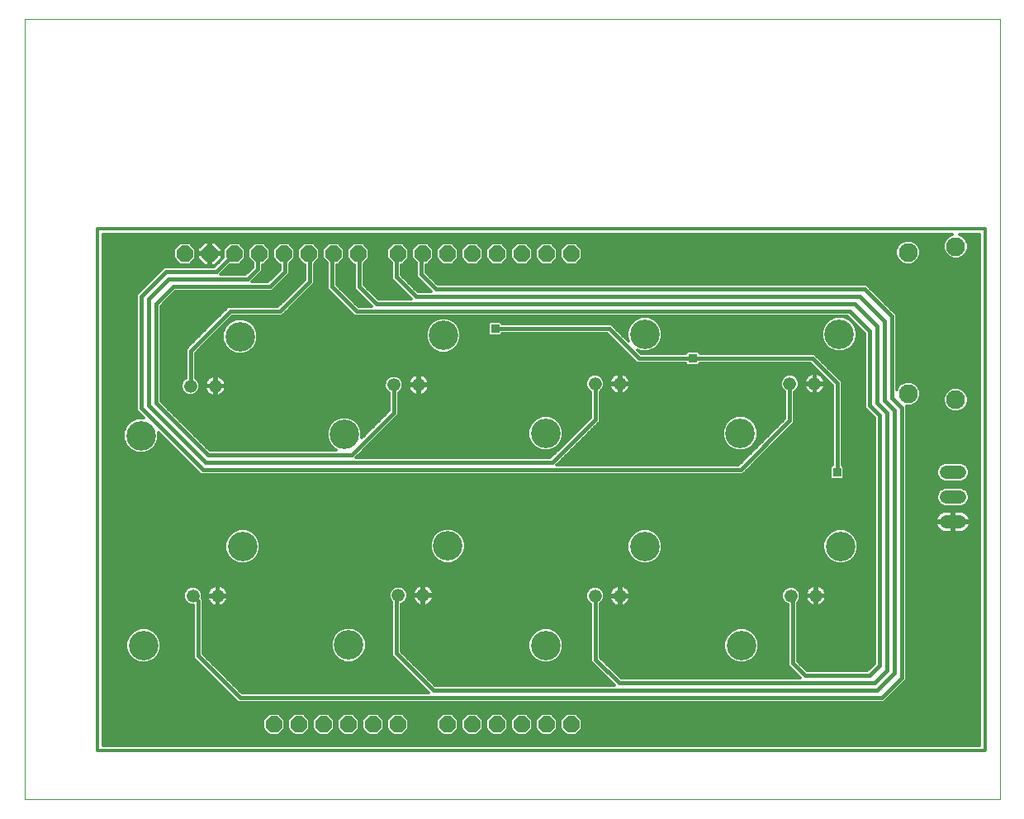
<source format=gbl>
G75*
%MOIN*%
%OFA0B0*%
%FSLAX24Y24*%
%IPPOS*%
%LPD*%
%AMOC8*
5,1,8,0,0,1.08239X$1,22.5*
%
%ADD10C,0.0000*%
%ADD11C,0.0120*%
%ADD12C,0.0526*%
%ADD13C,0.1187*%
%ADD14C,0.0768*%
%ADD15OC8,0.0660*%
%ADD16C,0.0540*%
%ADD17C,0.0160*%
%ADD18R,0.0356X0.0356*%
D10*
X005620Y000100D02*
X005620Y031596D01*
X044990Y031596D01*
X044990Y000100D01*
X005620Y000100D01*
D11*
X008572Y002069D02*
X008572Y023131D01*
X044399Y023131D01*
X044399Y002069D01*
X008572Y002069D01*
X008792Y002289D02*
X008792Y022911D01*
X043081Y022911D01*
X042933Y022850D01*
X042791Y022708D01*
X042714Y022523D01*
X042714Y022323D01*
X042791Y022137D01*
X042933Y021996D01*
X043118Y021919D01*
X043318Y021919D01*
X043504Y021996D01*
X043645Y022137D01*
X043722Y022323D01*
X043722Y022523D01*
X043645Y022708D01*
X043504Y022850D01*
X043355Y022911D01*
X044179Y022911D01*
X044179Y002289D01*
X008792Y002289D01*
X008792Y002352D02*
X044179Y002352D01*
X044179Y002470D02*
X008792Y002470D01*
X008792Y002589D02*
X044179Y002589D01*
X044179Y002707D02*
X027906Y002707D01*
X027886Y002687D02*
X028150Y002951D01*
X028150Y003323D01*
X027886Y003587D01*
X027514Y003587D01*
X027250Y003323D01*
X027250Y002951D01*
X027514Y002687D01*
X027886Y002687D01*
X028025Y002826D02*
X044179Y002826D01*
X044179Y002944D02*
X028143Y002944D01*
X028150Y003063D02*
X044179Y003063D01*
X044179Y003181D02*
X028150Y003181D01*
X028150Y003300D02*
X044179Y003300D01*
X044179Y003418D02*
X028055Y003418D01*
X027937Y003537D02*
X044179Y003537D01*
X044179Y003655D02*
X008792Y003655D01*
X008792Y003537D02*
X015463Y003537D01*
X015514Y003587D02*
X015250Y003323D01*
X015250Y002951D01*
X015514Y002687D01*
X015886Y002687D01*
X016150Y002951D01*
X016150Y003323D01*
X015886Y003587D01*
X015514Y003587D01*
X015345Y003418D02*
X008792Y003418D01*
X008792Y003300D02*
X015250Y003300D01*
X015250Y003181D02*
X008792Y003181D01*
X008792Y003063D02*
X015250Y003063D01*
X015257Y002944D02*
X008792Y002944D01*
X008792Y002826D02*
X015375Y002826D01*
X015494Y002707D02*
X008792Y002707D01*
X008792Y003774D02*
X044179Y003774D01*
X044179Y003892D02*
X008792Y003892D01*
X008792Y004011D02*
X014226Y004011D01*
X014237Y004000D02*
X040303Y004000D01*
X041103Y004800D01*
X041220Y004917D01*
X041220Y015974D01*
X041389Y015974D01*
X041574Y016051D01*
X041716Y016193D01*
X041793Y016378D01*
X041793Y016578D01*
X041716Y016763D01*
X041574Y016905D01*
X041389Y016982D01*
X041189Y016982D01*
X041004Y016905D01*
X040862Y016763D01*
X040820Y016662D01*
X040820Y019683D01*
X039720Y020783D01*
X039603Y020900D01*
X022303Y020900D01*
X021820Y021383D01*
X021820Y021687D01*
X021886Y021687D01*
X022150Y021951D01*
X022150Y022323D01*
X021886Y022587D01*
X021514Y022587D01*
X021250Y022323D01*
X021250Y021951D01*
X021420Y021781D01*
X021420Y021217D01*
X021537Y021100D01*
X022037Y020600D01*
X021503Y020600D01*
X020820Y021283D01*
X020820Y021687D01*
X020886Y021687D01*
X021150Y021951D01*
X021150Y022323D01*
X020886Y022587D01*
X020514Y022587D01*
X020250Y022323D01*
X020250Y021951D01*
X020420Y021781D01*
X020420Y021117D01*
X020537Y021000D01*
X021237Y020300D01*
X019903Y020300D01*
X019320Y020883D01*
X019320Y021720D01*
X019550Y021951D01*
X019550Y022323D01*
X019286Y022587D01*
X018914Y022587D01*
X018650Y022323D01*
X018650Y021951D01*
X018914Y021687D01*
X018920Y021687D01*
X018920Y020717D01*
X019037Y020600D01*
X019637Y020000D01*
X019103Y020000D01*
X018220Y020883D01*
X018220Y021687D01*
X018286Y021687D01*
X018550Y021951D01*
X018550Y022323D01*
X018286Y022587D01*
X017914Y022587D01*
X017650Y022323D01*
X017650Y021951D01*
X017820Y021781D01*
X017820Y020717D01*
X018937Y019600D01*
X038837Y019600D01*
X039520Y018917D01*
X039520Y015917D01*
X039637Y015800D01*
X039920Y015517D01*
X039920Y005583D01*
X039637Y005300D01*
X037203Y005300D01*
X036820Y005683D01*
X036820Y008037D01*
X036891Y008108D01*
X036949Y008248D01*
X036949Y008401D01*
X036891Y008541D01*
X036783Y008649D01*
X036642Y008707D01*
X036490Y008707D01*
X036349Y008649D01*
X036241Y008541D01*
X036183Y008401D01*
X036183Y008248D01*
X036241Y008108D01*
X036349Y008000D01*
X036420Y007971D01*
X036420Y005517D01*
X036537Y005400D01*
X036937Y005000D01*
X029703Y005000D01*
X028861Y005842D01*
X028861Y007989D01*
X028878Y007996D01*
X028985Y008104D01*
X029044Y008245D01*
X029044Y008397D01*
X028985Y008538D01*
X028878Y008645D01*
X028737Y008704D01*
X028585Y008704D01*
X028444Y008645D01*
X028336Y008538D01*
X028278Y008397D01*
X028278Y008245D01*
X028336Y008104D01*
X028444Y007996D01*
X028461Y007989D01*
X028461Y005676D01*
X029420Y004717D01*
X029437Y004700D01*
X022203Y004700D01*
X020820Y006083D01*
X020820Y007972D01*
X020928Y008017D01*
X021036Y008125D01*
X021094Y008266D01*
X021094Y008418D01*
X021036Y008559D01*
X020928Y008666D01*
X020788Y008725D01*
X020635Y008725D01*
X020495Y008666D01*
X020387Y008559D01*
X020329Y008418D01*
X020329Y008266D01*
X020387Y008125D01*
X020420Y008092D01*
X020420Y005917D01*
X021920Y004417D01*
X021937Y004400D01*
X014403Y004400D01*
X012820Y005983D01*
X012820Y008207D01*
X012799Y008227D01*
X012806Y008244D01*
X012806Y008397D01*
X012748Y008537D01*
X012640Y008645D01*
X012500Y008703D01*
X012347Y008703D01*
X012207Y008645D01*
X012099Y008537D01*
X012041Y008397D01*
X012041Y008244D01*
X012099Y008104D01*
X012207Y007996D01*
X012347Y007938D01*
X012420Y007938D01*
X012420Y005817D01*
X014237Y004000D01*
X014108Y004129D02*
X008792Y004129D01*
X008792Y004248D02*
X013989Y004248D01*
X013871Y004366D02*
X008792Y004366D01*
X008792Y004485D02*
X013752Y004485D01*
X013634Y004603D02*
X008792Y004603D01*
X008792Y004722D02*
X013515Y004722D01*
X013397Y004840D02*
X008792Y004840D01*
X008792Y004959D02*
X013278Y004959D01*
X013160Y005077D02*
X008792Y005077D01*
X008792Y005196D02*
X013041Y005196D01*
X012923Y005314D02*
X008792Y005314D01*
X008792Y005433D02*
X012804Y005433D01*
X012686Y005551D02*
X008792Y005551D01*
X008792Y005670D02*
X010131Y005670D01*
X010019Y005716D02*
X010282Y005607D01*
X010566Y005607D01*
X010828Y005716D01*
X011029Y005916D01*
X011137Y006179D01*
X011137Y006462D01*
X011029Y006725D01*
X010828Y006925D01*
X010566Y007034D01*
X010282Y007034D01*
X010019Y006925D01*
X009819Y006725D01*
X009710Y006462D01*
X009710Y006179D01*
X009819Y005916D01*
X010019Y005716D01*
X009947Y005788D02*
X008792Y005788D01*
X008792Y005907D02*
X009829Y005907D01*
X009774Y006025D02*
X008792Y006025D01*
X008792Y006144D02*
X009725Y006144D01*
X009710Y006262D02*
X008792Y006262D01*
X008792Y006381D02*
X009710Y006381D01*
X009725Y006499D02*
X008792Y006499D01*
X008792Y006618D02*
X009774Y006618D01*
X009830Y006736D02*
X008792Y006736D01*
X008792Y006855D02*
X009949Y006855D01*
X010135Y006973D02*
X008792Y006973D01*
X008792Y007092D02*
X012420Y007092D01*
X012420Y007210D02*
X008792Y007210D01*
X008792Y007329D02*
X012420Y007329D01*
X012420Y007447D02*
X008792Y007447D01*
X008792Y007566D02*
X012420Y007566D01*
X012420Y007684D02*
X008792Y007684D01*
X008792Y007803D02*
X012420Y007803D01*
X012420Y007921D02*
X008792Y007921D01*
X008792Y008040D02*
X012163Y008040D01*
X012077Y008158D02*
X008792Y008158D01*
X008792Y008277D02*
X012041Y008277D01*
X012041Y008395D02*
X008792Y008395D01*
X008792Y008514D02*
X012089Y008514D01*
X012194Y008632D02*
X008792Y008632D01*
X008792Y008751D02*
X021601Y008751D01*
X021612Y008754D02*
X021549Y008734D01*
X021490Y008703D01*
X021436Y008664D01*
X021389Y008617D01*
X021350Y008563D01*
X021320Y008504D01*
X021299Y008441D01*
X021289Y008375D01*
X021289Y008369D01*
X021684Y008369D01*
X021684Y008314D01*
X021739Y008314D01*
X021739Y007919D01*
X021745Y007919D01*
X021810Y007929D01*
X021874Y007950D01*
X021933Y007980D01*
X021987Y008019D01*
X022034Y008066D01*
X022073Y008120D01*
X022103Y008179D01*
X022124Y008243D01*
X022134Y008308D01*
X022134Y008314D01*
X021739Y008314D01*
X021739Y008369D01*
X022134Y008369D01*
X022134Y008375D01*
X022124Y008441D01*
X022103Y008504D01*
X022073Y008563D01*
X022034Y008617D01*
X021987Y008664D01*
X021933Y008703D01*
X021874Y008734D01*
X021810Y008754D01*
X021745Y008765D01*
X021739Y008765D01*
X021739Y008369D01*
X021684Y008369D01*
X021684Y008765D01*
X021678Y008765D01*
X021612Y008754D01*
X021684Y008751D02*
X021739Y008751D01*
X021821Y008751D02*
X039920Y008751D01*
X039920Y008869D02*
X008792Y008869D01*
X008792Y008988D02*
X039920Y008988D01*
X039920Y009106D02*
X008792Y009106D01*
X008792Y009225D02*
X039920Y009225D01*
X039920Y009343D02*
X008792Y009343D01*
X008792Y009462D02*
X039920Y009462D01*
X039920Y009580D02*
X008792Y009580D01*
X008792Y009699D02*
X014061Y009699D01*
X014019Y009716D02*
X014282Y009607D01*
X014566Y009607D01*
X014828Y009716D01*
X015029Y009916D01*
X015137Y010179D01*
X015137Y010462D01*
X015029Y010725D01*
X014828Y010925D01*
X014566Y011034D01*
X014282Y011034D01*
X014019Y010925D01*
X013819Y010725D01*
X013710Y010462D01*
X013710Y010179D01*
X013819Y009916D01*
X014019Y009716D01*
X013918Y009817D02*
X008792Y009817D01*
X008792Y009936D02*
X013811Y009936D01*
X013762Y010054D02*
X008792Y010054D01*
X008792Y010173D02*
X013713Y010173D01*
X013710Y010291D02*
X008792Y010291D01*
X008792Y010410D02*
X013710Y010410D01*
X013737Y010528D02*
X008792Y010528D01*
X008792Y010647D02*
X013786Y010647D01*
X013859Y010765D02*
X008792Y010765D01*
X008792Y010884D02*
X013978Y010884D01*
X014205Y011002D02*
X008792Y011002D01*
X008792Y011121D02*
X039920Y011121D01*
X039920Y011239D02*
X008792Y011239D01*
X008792Y011358D02*
X039920Y011358D01*
X039920Y011476D02*
X008792Y011476D01*
X008792Y011595D02*
X039920Y011595D01*
X039920Y011713D02*
X008792Y011713D01*
X008792Y011832D02*
X039920Y011832D01*
X039920Y011950D02*
X008792Y011950D01*
X008792Y012069D02*
X039920Y012069D01*
X039920Y012187D02*
X008792Y012187D01*
X008792Y012306D02*
X039920Y012306D01*
X039920Y012424D02*
X008792Y012424D01*
X008792Y012543D02*
X039920Y012543D01*
X039920Y012661D02*
X008792Y012661D01*
X008792Y012780D02*
X039920Y012780D01*
X039920Y012898D02*
X008792Y012898D01*
X008792Y013017D02*
X038177Y013017D01*
X038192Y013002D02*
X038648Y013002D01*
X038718Y013072D01*
X038718Y013528D01*
X038648Y013598D01*
X038620Y013598D01*
X038620Y016983D01*
X038503Y017100D01*
X037505Y018098D01*
X032886Y018098D01*
X032886Y018125D01*
X032816Y018196D01*
X032360Y018196D01*
X032290Y018125D01*
X032290Y018100D01*
X030503Y018100D01*
X030373Y018230D01*
X030517Y018170D01*
X030801Y018170D01*
X031063Y018279D01*
X031264Y018479D01*
X031373Y018741D01*
X031373Y019025D01*
X031264Y019288D01*
X031063Y019488D01*
X030801Y019597D01*
X030517Y019597D01*
X030255Y019488D01*
X030054Y019288D01*
X029946Y019025D01*
X029946Y018741D01*
X030005Y018597D01*
X029303Y019300D01*
X024918Y019300D01*
X024918Y019328D01*
X024848Y019398D01*
X024392Y019398D01*
X024322Y019328D01*
X024322Y018872D01*
X024392Y018802D01*
X024848Y018802D01*
X024918Y018872D01*
X024918Y018900D01*
X029137Y018900D01*
X030220Y017817D01*
X030337Y017700D01*
X032290Y017700D01*
X032290Y017670D01*
X032360Y017600D01*
X032816Y017600D01*
X032886Y017670D01*
X032886Y017698D01*
X037339Y017698D01*
X038220Y016817D01*
X038220Y013598D01*
X038192Y013598D01*
X038122Y013528D01*
X038122Y013072D01*
X038192Y013002D01*
X038122Y013135D02*
X008792Y013135D01*
X008792Y013254D02*
X012683Y013254D01*
X012737Y013200D02*
X034603Y013200D01*
X034720Y013317D01*
X036715Y015313D01*
X036715Y016552D01*
X036732Y016559D01*
X036840Y016667D01*
X036898Y016807D01*
X036898Y016960D01*
X036840Y017100D01*
X036732Y017208D01*
X036591Y017266D01*
X036439Y017266D01*
X036299Y017208D01*
X036191Y017100D01*
X036133Y016960D01*
X036133Y016807D01*
X036191Y016667D01*
X036299Y016559D01*
X036315Y016552D01*
X036315Y015479D01*
X034437Y013600D01*
X027103Y013600D01*
X027120Y013617D01*
X028859Y015357D01*
X028859Y016552D01*
X028876Y016559D01*
X028984Y016667D01*
X029042Y016807D01*
X029042Y016960D01*
X028984Y017100D01*
X028876Y017208D01*
X028735Y017266D01*
X028583Y017266D01*
X028442Y017208D01*
X028335Y017100D01*
X028276Y016960D01*
X028276Y016807D01*
X028335Y016667D01*
X028442Y016559D01*
X028459Y016552D01*
X028459Y015522D01*
X026837Y013900D01*
X019003Y013900D01*
X019020Y013917D01*
X020734Y015631D01*
X020734Y016509D01*
X020751Y016516D01*
X020859Y016623D01*
X020917Y016764D01*
X020917Y016916D01*
X020859Y017057D01*
X020751Y017165D01*
X020610Y017223D01*
X020458Y017223D01*
X020317Y017165D01*
X020209Y017057D01*
X020151Y016916D01*
X020151Y016764D01*
X020209Y016623D01*
X020317Y016516D01*
X020334Y016509D01*
X020334Y015797D01*
X019248Y014711D01*
X019248Y014982D01*
X019139Y015244D01*
X018938Y015445D01*
X018676Y015554D01*
X018392Y015554D01*
X018130Y015445D01*
X017929Y015244D01*
X017821Y014982D01*
X017821Y014698D01*
X017929Y014436D01*
X018130Y014235D01*
X018215Y014200D01*
X013103Y014200D01*
X011120Y016183D01*
X011120Y020017D01*
X011703Y020600D01*
X015603Y020600D01*
X016203Y021200D01*
X016320Y021317D01*
X016320Y021720D01*
X016550Y021951D01*
X016550Y022323D01*
X016286Y022587D01*
X015914Y022587D01*
X015650Y022323D01*
X015650Y021951D01*
X015914Y021687D01*
X015920Y021687D01*
X015920Y021483D01*
X015437Y021000D01*
X014803Y021000D01*
X015103Y021300D01*
X015220Y021417D01*
X015220Y021687D01*
X015286Y021687D01*
X015550Y021951D01*
X015550Y022323D01*
X015286Y022587D01*
X014914Y022587D01*
X014650Y022323D01*
X014650Y021951D01*
X014820Y021781D01*
X014820Y021583D01*
X014537Y021300D01*
X013546Y021300D01*
X013933Y021687D01*
X014286Y021687D01*
X014550Y021951D01*
X014550Y022323D01*
X014286Y022587D01*
X013914Y022587D01*
X013650Y022323D01*
X013650Y021970D01*
X013280Y021600D01*
X011237Y021600D01*
X011120Y021483D01*
X010120Y020483D01*
X010120Y015817D01*
X010237Y015700D01*
X010429Y015507D01*
X010185Y015507D01*
X009923Y015399D01*
X009722Y015198D01*
X009613Y014936D01*
X009613Y014652D01*
X009722Y014390D01*
X009923Y014189D01*
X010185Y014080D01*
X010469Y014080D01*
X010731Y014189D01*
X010932Y014390D01*
X011040Y014652D01*
X011040Y014897D01*
X012737Y013200D01*
X012565Y013372D02*
X008792Y013372D01*
X008792Y013491D02*
X012446Y013491D01*
X012328Y013609D02*
X008792Y013609D01*
X008792Y013728D02*
X012209Y013728D01*
X012091Y013846D02*
X008792Y013846D01*
X008792Y013965D02*
X011972Y013965D01*
X011854Y014083D02*
X010475Y014083D01*
X010743Y014202D02*
X011735Y014202D01*
X011617Y014320D02*
X010862Y014320D01*
X010952Y014439D02*
X011498Y014439D01*
X011380Y014557D02*
X011001Y014557D01*
X011040Y014676D02*
X011261Y014676D01*
X011143Y014794D02*
X011040Y014794D01*
X011797Y015505D02*
X018274Y015505D01*
X018071Y015387D02*
X011916Y015387D01*
X012034Y015268D02*
X017953Y015268D01*
X017890Y015150D02*
X012153Y015150D01*
X012271Y015031D02*
X017841Y015031D01*
X017821Y014913D02*
X012390Y014913D01*
X012508Y014794D02*
X017821Y014794D01*
X017830Y014676D02*
X012627Y014676D01*
X012745Y014557D02*
X017879Y014557D01*
X017928Y014439D02*
X012864Y014439D01*
X012982Y014320D02*
X018045Y014320D01*
X018212Y014202D02*
X013101Y014202D01*
X011679Y015624D02*
X020160Y015624D01*
X020279Y015742D02*
X011560Y015742D01*
X011442Y015861D02*
X020334Y015861D01*
X020334Y015979D02*
X011323Y015979D01*
X011205Y016098D02*
X020334Y016098D01*
X020334Y016216D02*
X011120Y016216D01*
X011120Y016335D02*
X020334Y016335D01*
X020334Y016453D02*
X013577Y016453D01*
X013602Y016471D02*
X013649Y016518D01*
X013688Y016572D01*
X013719Y016632D01*
X013739Y016695D01*
X013750Y016761D01*
X013750Y016766D01*
X013354Y016766D01*
X013354Y016371D01*
X013360Y016371D01*
X013426Y016381D01*
X013489Y016402D01*
X013548Y016432D01*
X013602Y016471D01*
X013688Y016572D02*
X020261Y016572D01*
X020182Y016690D02*
X013738Y016690D01*
X013750Y016821D02*
X013354Y016821D01*
X013354Y016766D01*
X013299Y016766D01*
X013299Y016371D01*
X013293Y016371D01*
X013228Y016381D01*
X013164Y016402D01*
X013105Y016432D01*
X013051Y016471D01*
X013004Y016518D01*
X012965Y016572D01*
X012935Y016632D01*
X012914Y016695D01*
X012904Y016761D01*
X012904Y016766D01*
X013299Y016766D01*
X013299Y016821D01*
X012904Y016821D01*
X012904Y016827D01*
X012914Y016893D01*
X012935Y016956D01*
X012965Y017015D01*
X013004Y017069D01*
X013051Y017116D01*
X013105Y017155D01*
X013164Y017186D01*
X013228Y017206D01*
X013293Y017217D01*
X013299Y017217D01*
X013299Y016821D01*
X013354Y016821D01*
X013354Y017217D01*
X013360Y017217D01*
X013426Y017206D01*
X013489Y017186D01*
X013548Y017155D01*
X013602Y017116D01*
X013649Y017069D01*
X013688Y017015D01*
X013719Y016956D01*
X013739Y016893D01*
X013750Y016827D01*
X013750Y016821D01*
X013728Y016927D02*
X020156Y016927D01*
X020151Y016809D02*
X013354Y016809D01*
X013299Y016809D02*
X012710Y016809D01*
X012710Y016870D02*
X012651Y017011D01*
X012544Y017118D01*
X012520Y017128D01*
X012520Y018117D01*
X014003Y019600D01*
X016003Y019600D01*
X016120Y019717D01*
X017203Y020800D01*
X017320Y020917D01*
X017320Y021720D01*
X017550Y021951D01*
X017550Y022323D01*
X017286Y022587D01*
X016914Y022587D01*
X016650Y022323D01*
X016650Y021951D01*
X016914Y021687D01*
X016920Y021687D01*
X016920Y021083D01*
X015837Y020000D01*
X013837Y020000D01*
X012237Y018400D01*
X012120Y018283D01*
X012120Y017122D01*
X012110Y017118D01*
X012002Y017011D01*
X011944Y016870D01*
X011944Y016718D01*
X012002Y016577D01*
X012110Y016469D01*
X012251Y016411D01*
X012403Y016411D01*
X012544Y016469D01*
X012651Y016577D01*
X012710Y016718D01*
X012710Y016870D01*
X012686Y016927D02*
X012925Y016927D01*
X012987Y017046D02*
X012616Y017046D01*
X012520Y017164D02*
X013122Y017164D01*
X013299Y017164D02*
X013354Y017164D01*
X013354Y017046D02*
X013299Y017046D01*
X013299Y016927D02*
X013354Y016927D01*
X013354Y016690D02*
X013299Y016690D01*
X013299Y016572D02*
X013354Y016572D01*
X013354Y016453D02*
X013299Y016453D01*
X013077Y016453D02*
X012504Y016453D01*
X012646Y016572D02*
X012966Y016572D01*
X012916Y016690D02*
X012698Y016690D01*
X012149Y016453D02*
X011120Y016453D01*
X011120Y016572D02*
X012008Y016572D01*
X011955Y016690D02*
X011120Y016690D01*
X011120Y016809D02*
X011944Y016809D01*
X011968Y016927D02*
X011120Y016927D01*
X011120Y017046D02*
X012037Y017046D01*
X012120Y017164D02*
X011120Y017164D01*
X011120Y017283D02*
X012120Y017283D01*
X012120Y017401D02*
X011120Y017401D01*
X011120Y017520D02*
X012120Y017520D01*
X012120Y017638D02*
X011120Y017638D01*
X011120Y017757D02*
X012120Y017757D01*
X012120Y017875D02*
X011120Y017875D01*
X011120Y017994D02*
X012120Y017994D01*
X012120Y018112D02*
X011120Y018112D01*
X011120Y018231D02*
X012120Y018231D01*
X012186Y018349D02*
X011120Y018349D01*
X011120Y018468D02*
X012304Y018468D01*
X012423Y018586D02*
X011120Y018586D01*
X011120Y018705D02*
X012541Y018705D01*
X012660Y018823D02*
X011120Y018823D01*
X011120Y018942D02*
X012778Y018942D01*
X012897Y019060D02*
X011120Y019060D01*
X011120Y019179D02*
X013015Y019179D01*
X013134Y019297D02*
X011120Y019297D01*
X011120Y019416D02*
X013252Y019416D01*
X013371Y019534D02*
X011120Y019534D01*
X011120Y019653D02*
X013489Y019653D01*
X013608Y019771D02*
X011120Y019771D01*
X011120Y019890D02*
X013726Y019890D01*
X013937Y019534D02*
X022344Y019534D01*
X022392Y019554D02*
X022130Y019445D01*
X021929Y019244D01*
X021821Y018982D01*
X021821Y018698D01*
X021929Y018436D01*
X022130Y018235D01*
X022392Y018127D01*
X022676Y018127D01*
X022938Y018235D01*
X023139Y018436D01*
X023248Y018698D01*
X023248Y018982D01*
X023139Y019244D01*
X022938Y019445D01*
X022676Y019554D01*
X022392Y019554D01*
X022100Y019416D02*
X014690Y019416D01*
X014731Y019399D02*
X014469Y019507D01*
X014185Y019507D01*
X013923Y019399D01*
X013722Y019198D01*
X013613Y018936D01*
X013613Y018652D01*
X013722Y018390D01*
X013923Y018189D01*
X014185Y018080D01*
X014469Y018080D01*
X014731Y018189D01*
X014932Y018390D01*
X015040Y018652D01*
X015040Y018936D01*
X014932Y019198D01*
X014731Y019399D01*
X014833Y019297D02*
X021982Y019297D01*
X021902Y019179D02*
X014940Y019179D01*
X014989Y019060D02*
X021853Y019060D01*
X021821Y018942D02*
X015038Y018942D01*
X015040Y018823D02*
X021821Y018823D01*
X021821Y018705D02*
X015040Y018705D01*
X015013Y018586D02*
X021867Y018586D01*
X021916Y018468D02*
X014964Y018468D01*
X014891Y018349D02*
X022016Y018349D01*
X022142Y018231D02*
X014772Y018231D01*
X014545Y018112D02*
X029925Y018112D01*
X030043Y017994D02*
X012520Y017994D01*
X012520Y018112D02*
X014108Y018112D01*
X013881Y018231D02*
X012633Y018231D01*
X012752Y018349D02*
X013763Y018349D01*
X013690Y018468D02*
X012870Y018468D01*
X012989Y018586D02*
X013641Y018586D01*
X013613Y018705D02*
X013107Y018705D01*
X013226Y018823D02*
X013613Y018823D01*
X013616Y018942D02*
X013344Y018942D01*
X013463Y019060D02*
X013665Y019060D01*
X013714Y019179D02*
X013581Y019179D01*
X013700Y019297D02*
X013821Y019297D01*
X013818Y019416D02*
X013963Y019416D01*
X015603Y020601D02*
X016437Y020601D01*
X016556Y020719D02*
X015722Y020719D01*
X015840Y020838D02*
X016674Y020838D01*
X016793Y020956D02*
X015959Y020956D01*
X016077Y021075D02*
X016911Y021075D01*
X016920Y021193D02*
X016196Y021193D01*
X016314Y021312D02*
X016920Y021312D01*
X016920Y021430D02*
X016320Y021430D01*
X016320Y021549D02*
X016920Y021549D01*
X016920Y021667D02*
X016320Y021667D01*
X016385Y021786D02*
X016815Y021786D01*
X016697Y021904D02*
X016503Y021904D01*
X016550Y022023D02*
X016650Y022023D01*
X016650Y022141D02*
X016550Y022141D01*
X016550Y022260D02*
X016650Y022260D01*
X016705Y022378D02*
X016495Y022378D01*
X016377Y022497D02*
X016823Y022497D01*
X017100Y022137D02*
X017120Y022117D01*
X017385Y021786D02*
X017815Y021786D01*
X017820Y021667D02*
X017320Y021667D01*
X017320Y021549D02*
X017820Y021549D01*
X017820Y021430D02*
X017320Y021430D01*
X017320Y021312D02*
X017820Y021312D01*
X017820Y021193D02*
X017320Y021193D01*
X017320Y021075D02*
X017820Y021075D01*
X017820Y020956D02*
X017320Y020956D01*
X017240Y020838D02*
X017820Y020838D01*
X017820Y020719D02*
X017122Y020719D01*
X017003Y020601D02*
X017936Y020601D01*
X018055Y020482D02*
X016885Y020482D01*
X016766Y020364D02*
X018173Y020364D01*
X018292Y020245D02*
X016648Y020245D01*
X016529Y020127D02*
X018410Y020127D01*
X018529Y020008D02*
X016411Y020008D01*
X016292Y019890D02*
X018647Y019890D01*
X018766Y019771D02*
X016174Y019771D01*
X016055Y019653D02*
X018884Y019653D01*
X019094Y020008D02*
X019629Y020008D01*
X019510Y020127D02*
X018976Y020127D01*
X018857Y020245D02*
X019392Y020245D01*
X019273Y020364D02*
X018739Y020364D01*
X018620Y020482D02*
X019155Y020482D01*
X019036Y020601D02*
X018502Y020601D01*
X018383Y020719D02*
X018920Y020719D01*
X018920Y020838D02*
X018265Y020838D01*
X018220Y020956D02*
X018920Y020956D01*
X018920Y021075D02*
X018220Y021075D01*
X018220Y021193D02*
X018920Y021193D01*
X018920Y021312D02*
X018220Y021312D01*
X018220Y021430D02*
X018920Y021430D01*
X018920Y021549D02*
X018220Y021549D01*
X018220Y021667D02*
X018920Y021667D01*
X018815Y021786D02*
X018385Y021786D01*
X018503Y021904D02*
X018697Y021904D01*
X018650Y022023D02*
X018550Y022023D01*
X018550Y022141D02*
X018650Y022141D01*
X018650Y022260D02*
X018550Y022260D01*
X018495Y022378D02*
X018705Y022378D01*
X018823Y022497D02*
X018377Y022497D01*
X018100Y022137D02*
X018020Y022057D01*
X017697Y021904D02*
X017503Y021904D01*
X017550Y022023D02*
X017650Y022023D01*
X017650Y022141D02*
X017550Y022141D01*
X017550Y022260D02*
X017650Y022260D01*
X017705Y022378D02*
X017495Y022378D01*
X017377Y022497D02*
X017823Y022497D01*
X019100Y022137D02*
X019120Y022117D01*
X019385Y021786D02*
X020415Y021786D01*
X020420Y021667D02*
X019320Y021667D01*
X019320Y021549D02*
X020420Y021549D01*
X020420Y021430D02*
X019320Y021430D01*
X019320Y021312D02*
X020420Y021312D01*
X020420Y021193D02*
X019320Y021193D01*
X019320Y021075D02*
X020462Y021075D01*
X020581Y020956D02*
X019320Y020956D01*
X019365Y020838D02*
X020699Y020838D01*
X020818Y020719D02*
X019483Y020719D01*
X019602Y020601D02*
X020936Y020601D01*
X021055Y020482D02*
X019720Y020482D01*
X019839Y020364D02*
X021173Y020364D01*
X021502Y020601D02*
X022036Y020601D01*
X021918Y020719D02*
X021383Y020719D01*
X021265Y020838D02*
X021799Y020838D01*
X021681Y020956D02*
X021146Y020956D01*
X021028Y021075D02*
X021562Y021075D01*
X021444Y021193D02*
X020909Y021193D01*
X020820Y021312D02*
X021420Y021312D01*
X021420Y021430D02*
X020820Y021430D01*
X020820Y021549D02*
X021420Y021549D01*
X021420Y021667D02*
X020820Y021667D01*
X020985Y021786D02*
X021415Y021786D01*
X021297Y021904D02*
X021103Y021904D01*
X021150Y022023D02*
X021250Y022023D01*
X021250Y022141D02*
X021150Y022141D01*
X021150Y022260D02*
X021250Y022260D01*
X021305Y022378D02*
X021095Y022378D01*
X020977Y022497D02*
X021423Y022497D01*
X021977Y022497D02*
X022423Y022497D01*
X022514Y022587D02*
X022250Y022323D01*
X022250Y021951D01*
X022514Y021687D01*
X022886Y021687D01*
X023150Y021951D01*
X023150Y022323D01*
X022886Y022587D01*
X022514Y022587D01*
X022305Y022378D02*
X022095Y022378D01*
X022150Y022260D02*
X022250Y022260D01*
X022250Y022141D02*
X022150Y022141D01*
X022150Y022023D02*
X022250Y022023D01*
X022297Y021904D02*
X022103Y021904D01*
X021985Y021786D02*
X022415Y021786D01*
X022985Y021786D02*
X023415Y021786D01*
X023514Y021687D02*
X023250Y021951D01*
X023250Y022323D01*
X023514Y022587D01*
X023886Y022587D01*
X024150Y022323D01*
X024150Y021951D01*
X023886Y021687D01*
X023514Y021687D01*
X023297Y021904D02*
X023103Y021904D01*
X023150Y022023D02*
X023250Y022023D01*
X023250Y022141D02*
X023150Y022141D01*
X023150Y022260D02*
X023250Y022260D01*
X023305Y022378D02*
X023095Y022378D01*
X022977Y022497D02*
X023423Y022497D01*
X023977Y022497D02*
X024423Y022497D01*
X024514Y022587D02*
X024250Y022323D01*
X024250Y021951D01*
X024514Y021687D01*
X024886Y021687D01*
X025150Y021951D01*
X025150Y022323D01*
X024886Y022587D01*
X024514Y022587D01*
X024305Y022378D02*
X024095Y022378D01*
X024150Y022260D02*
X024250Y022260D01*
X024250Y022141D02*
X024150Y022141D01*
X024150Y022023D02*
X024250Y022023D01*
X024297Y021904D02*
X024103Y021904D01*
X023985Y021786D02*
X024415Y021786D01*
X024985Y021786D02*
X025415Y021786D01*
X025514Y021687D02*
X025886Y021687D01*
X026150Y021951D01*
X026150Y022323D01*
X025886Y022587D01*
X025514Y022587D01*
X025250Y022323D01*
X025250Y021951D01*
X025514Y021687D01*
X025297Y021904D02*
X025103Y021904D01*
X025150Y022023D02*
X025250Y022023D01*
X025250Y022141D02*
X025150Y022141D01*
X025150Y022260D02*
X025250Y022260D01*
X025305Y022378D02*
X025095Y022378D01*
X024977Y022497D02*
X025423Y022497D01*
X025977Y022497D02*
X026423Y022497D01*
X026514Y022587D02*
X026250Y022323D01*
X026250Y021951D01*
X026514Y021687D01*
X026886Y021687D01*
X027150Y021951D01*
X027150Y022323D01*
X026886Y022587D01*
X026514Y022587D01*
X026305Y022378D02*
X026095Y022378D01*
X026150Y022260D02*
X026250Y022260D01*
X026250Y022141D02*
X026150Y022141D01*
X026150Y022023D02*
X026250Y022023D01*
X026297Y021904D02*
X026103Y021904D01*
X025985Y021786D02*
X026415Y021786D01*
X026985Y021786D02*
X027415Y021786D01*
X027514Y021687D02*
X027886Y021687D01*
X028150Y021951D01*
X028150Y022323D01*
X027886Y022587D01*
X027514Y022587D01*
X027250Y022323D01*
X027250Y021951D01*
X027514Y021687D01*
X027297Y021904D02*
X027103Y021904D01*
X027150Y022023D02*
X027250Y022023D01*
X027250Y022141D02*
X027150Y022141D01*
X027150Y022260D02*
X027250Y022260D01*
X027305Y022378D02*
X027095Y022378D01*
X026977Y022497D02*
X027423Y022497D01*
X027977Y022497D02*
X040886Y022497D01*
X040862Y022472D02*
X040785Y022287D01*
X040785Y022086D01*
X040862Y021901D01*
X041004Y021759D01*
X041189Y021683D01*
X041389Y021683D01*
X041574Y021759D01*
X041716Y021901D01*
X041793Y022086D01*
X041793Y022287D01*
X041716Y022472D01*
X041574Y022614D01*
X041389Y022690D01*
X041189Y022690D01*
X041004Y022614D01*
X040862Y022472D01*
X040823Y022378D02*
X028095Y022378D01*
X028150Y022260D02*
X040785Y022260D01*
X040785Y022141D02*
X028150Y022141D01*
X028150Y022023D02*
X040812Y022023D01*
X040861Y021904D02*
X028103Y021904D01*
X027985Y021786D02*
X040977Y021786D01*
X041600Y021786D02*
X044179Y021786D01*
X044179Y021904D02*
X041717Y021904D01*
X041766Y022023D02*
X042906Y022023D01*
X042789Y022141D02*
X041793Y022141D01*
X041793Y022260D02*
X042740Y022260D01*
X042714Y022378D02*
X041755Y022378D01*
X041692Y022497D02*
X042714Y022497D01*
X042752Y022615D02*
X041571Y022615D01*
X041007Y022615D02*
X013315Y022615D01*
X013303Y022627D02*
X013138Y022627D01*
X013138Y022175D01*
X013590Y022175D01*
X013590Y022340D01*
X013303Y022627D01*
X013138Y022615D02*
X013062Y022615D01*
X013062Y022627D02*
X012897Y022627D01*
X012610Y022340D01*
X012610Y022175D01*
X013062Y022175D01*
X013062Y022099D01*
X013138Y022099D01*
X013138Y021647D01*
X013303Y021647D01*
X013590Y021934D01*
X013590Y022099D01*
X013138Y022099D01*
X013138Y022175D01*
X013062Y022175D01*
X013062Y022627D01*
X013062Y022497D02*
X013138Y022497D01*
X013138Y022378D02*
X013062Y022378D01*
X013062Y022260D02*
X013138Y022260D01*
X013138Y022141D02*
X013650Y022141D01*
X013650Y022023D02*
X013590Y022023D01*
X013584Y021904D02*
X013560Y021904D01*
X013466Y021786D02*
X013442Y021786D01*
X013347Y021667D02*
X013323Y021667D01*
X013138Y021667D02*
X013062Y021667D01*
X013062Y021647D02*
X013062Y022099D01*
X012610Y022099D01*
X012610Y021934D01*
X012897Y021647D01*
X013062Y021647D01*
X013062Y021786D02*
X013138Y021786D01*
X013138Y021904D02*
X013062Y021904D01*
X013062Y022023D02*
X013138Y022023D01*
X013062Y022141D02*
X012550Y022141D01*
X012550Y022023D02*
X012610Y022023D01*
X012550Y021951D02*
X012286Y021687D01*
X011914Y021687D01*
X011650Y021951D01*
X011650Y022323D01*
X011914Y022587D01*
X012286Y022587D01*
X012550Y022323D01*
X012550Y021951D01*
X012503Y021904D02*
X012640Y021904D01*
X012758Y021786D02*
X012385Y021786D01*
X012877Y021667D02*
X008792Y021667D01*
X008792Y021549D02*
X011185Y021549D01*
X011067Y021430D02*
X008792Y021430D01*
X008792Y021312D02*
X010948Y021312D01*
X010830Y021193D02*
X008792Y021193D01*
X008792Y021075D02*
X010711Y021075D01*
X010593Y020956D02*
X008792Y020956D01*
X008792Y020838D02*
X010474Y020838D01*
X010356Y020719D02*
X008792Y020719D01*
X008792Y020601D02*
X010237Y020601D01*
X010120Y020482D02*
X008792Y020482D01*
X008792Y020364D02*
X010120Y020364D01*
X010120Y020245D02*
X008792Y020245D01*
X008792Y020127D02*
X010120Y020127D01*
X010120Y020008D02*
X008792Y020008D01*
X008792Y019890D02*
X010120Y019890D01*
X010120Y019771D02*
X008792Y019771D01*
X008792Y019653D02*
X010120Y019653D01*
X010120Y019534D02*
X008792Y019534D01*
X008792Y019416D02*
X010120Y019416D01*
X010120Y019297D02*
X008792Y019297D01*
X008792Y019179D02*
X010120Y019179D01*
X010120Y019060D02*
X008792Y019060D01*
X008792Y018942D02*
X010120Y018942D01*
X010120Y018823D02*
X008792Y018823D01*
X008792Y018705D02*
X010120Y018705D01*
X010120Y018586D02*
X008792Y018586D01*
X008792Y018468D02*
X010120Y018468D01*
X010120Y018349D02*
X008792Y018349D01*
X008792Y018231D02*
X010120Y018231D01*
X010120Y018112D02*
X008792Y018112D01*
X008792Y017994D02*
X010120Y017994D01*
X010120Y017875D02*
X008792Y017875D01*
X008792Y017757D02*
X010120Y017757D01*
X010120Y017638D02*
X008792Y017638D01*
X008792Y017520D02*
X010120Y017520D01*
X010120Y017401D02*
X008792Y017401D01*
X008792Y017283D02*
X010120Y017283D01*
X010120Y017164D02*
X008792Y017164D01*
X008792Y017046D02*
X010120Y017046D01*
X010120Y016927D02*
X008792Y016927D01*
X008792Y016809D02*
X010120Y016809D01*
X010120Y016690D02*
X008792Y016690D01*
X008792Y016572D02*
X010120Y016572D01*
X010120Y016453D02*
X008792Y016453D01*
X008792Y016335D02*
X010120Y016335D01*
X010120Y016216D02*
X008792Y016216D01*
X008792Y016098D02*
X010120Y016098D01*
X010120Y015979D02*
X008792Y015979D01*
X008792Y015861D02*
X010120Y015861D01*
X010195Y015742D02*
X008792Y015742D01*
X008792Y015624D02*
X010313Y015624D01*
X010179Y015505D02*
X008792Y015505D01*
X008792Y015387D02*
X009910Y015387D01*
X009792Y015268D02*
X008792Y015268D01*
X008792Y015150D02*
X009702Y015150D01*
X009653Y015031D02*
X008792Y015031D01*
X008792Y014913D02*
X009613Y014913D01*
X009613Y014794D02*
X008792Y014794D01*
X008792Y014676D02*
X009613Y014676D01*
X009653Y014557D02*
X008792Y014557D01*
X008792Y014439D02*
X009702Y014439D01*
X009792Y014320D02*
X008792Y014320D01*
X008792Y014202D02*
X009910Y014202D01*
X010178Y014083D02*
X008792Y014083D01*
X012520Y017283D02*
X029519Y017283D01*
X029497Y017275D02*
X029437Y017245D01*
X029384Y017206D01*
X029337Y017159D01*
X029297Y017105D01*
X029267Y017046D01*
X029247Y016982D01*
X029236Y016917D01*
X029236Y016911D01*
X029631Y016911D01*
X029631Y016856D01*
X029236Y016856D01*
X029236Y016850D01*
X029247Y016784D01*
X029267Y016721D01*
X029297Y016662D01*
X029337Y016608D01*
X029384Y016561D01*
X029437Y016522D01*
X029497Y016492D01*
X029560Y016471D01*
X029626Y016461D01*
X029631Y016461D01*
X029631Y016856D01*
X029687Y016856D01*
X029687Y016911D01*
X030082Y016911D01*
X030082Y016917D01*
X030071Y016982D01*
X030051Y017046D01*
X030021Y017105D01*
X029982Y017159D01*
X029934Y017206D01*
X029881Y017245D01*
X029821Y017275D01*
X029758Y017296D01*
X029692Y017306D01*
X029687Y017306D01*
X029687Y016911D01*
X029631Y016911D01*
X029631Y017306D01*
X029626Y017306D01*
X029560Y017296D01*
X029497Y017275D01*
X029631Y017283D02*
X029687Y017283D01*
X029799Y017283D02*
X037376Y017283D01*
X037353Y017275D02*
X037294Y017245D01*
X037240Y017206D01*
X037193Y017159D01*
X037154Y017105D01*
X037124Y017046D01*
X037103Y016982D01*
X037093Y016917D01*
X037093Y016911D01*
X037488Y016911D01*
X037488Y017306D01*
X037482Y017306D01*
X037416Y017296D01*
X037353Y017275D01*
X037488Y017283D02*
X037543Y017283D01*
X037549Y017306D02*
X037543Y017306D01*
X037543Y016911D01*
X037938Y016911D01*
X037938Y016917D01*
X037928Y016982D01*
X037907Y017046D01*
X037877Y017105D01*
X037838Y017159D01*
X037791Y017206D01*
X037737Y017245D01*
X037678Y017275D01*
X037614Y017296D01*
X037549Y017306D01*
X037655Y017283D02*
X037754Y017283D01*
X037833Y017164D02*
X037873Y017164D01*
X037907Y017046D02*
X037991Y017046D01*
X037937Y016927D02*
X038110Y016927D01*
X038220Y016809D02*
X037932Y016809D01*
X037928Y016784D02*
X037938Y016850D01*
X037938Y016856D01*
X037543Y016856D01*
X037543Y016911D01*
X037488Y016911D01*
X037488Y016856D01*
X037543Y016856D01*
X037543Y016461D01*
X037549Y016461D01*
X037614Y016471D01*
X037678Y016492D01*
X037737Y016522D01*
X037791Y016561D01*
X037838Y016608D01*
X037877Y016662D01*
X037907Y016721D01*
X037928Y016784D01*
X037891Y016690D02*
X038220Y016690D01*
X038220Y016572D02*
X037801Y016572D01*
X037543Y016572D02*
X037488Y016572D01*
X037488Y016461D02*
X037488Y016856D01*
X037093Y016856D01*
X037093Y016850D01*
X037103Y016784D01*
X037124Y016721D01*
X037154Y016662D01*
X037193Y016608D01*
X037240Y016561D01*
X037294Y016522D01*
X037353Y016492D01*
X037416Y016471D01*
X037482Y016461D01*
X037488Y016461D01*
X037488Y016690D02*
X037543Y016690D01*
X037543Y016809D02*
X037488Y016809D01*
X037488Y016927D02*
X037543Y016927D01*
X037543Y017046D02*
X037488Y017046D01*
X037488Y017164D02*
X037543Y017164D01*
X037636Y017401D02*
X012520Y017401D01*
X012520Y017520D02*
X037517Y017520D01*
X037399Y017638D02*
X032855Y017638D01*
X032322Y017638D02*
X012520Y017638D01*
X012520Y017757D02*
X030280Y017757D01*
X030162Y017875D02*
X012520Y017875D01*
X013532Y017164D02*
X020316Y017164D01*
X020205Y017046D02*
X013667Y017046D01*
X015845Y020008D02*
X011120Y020008D01*
X011229Y020127D02*
X015963Y020127D01*
X016082Y020245D02*
X011348Y020245D01*
X011466Y020364D02*
X016200Y020364D01*
X016319Y020482D02*
X011585Y020482D01*
X011815Y021786D02*
X008792Y021786D01*
X008792Y021904D02*
X011697Y021904D01*
X011650Y022023D02*
X008792Y022023D01*
X008792Y022141D02*
X011650Y022141D01*
X011650Y022260D02*
X008792Y022260D01*
X008792Y022378D02*
X011705Y022378D01*
X011823Y022497D02*
X008792Y022497D01*
X008792Y022615D02*
X012885Y022615D01*
X012767Y022497D02*
X012377Y022497D01*
X012495Y022378D02*
X012648Y022378D01*
X012610Y022260D02*
X012550Y022260D01*
X013433Y022497D02*
X013823Y022497D01*
X013705Y022378D02*
X013552Y022378D01*
X013590Y022260D02*
X013650Y022260D01*
X014377Y022497D02*
X014823Y022497D01*
X014705Y022378D02*
X014495Y022378D01*
X014550Y022260D02*
X014650Y022260D01*
X014650Y022141D02*
X014550Y022141D01*
X014550Y022023D02*
X014650Y022023D01*
X014697Y021904D02*
X014503Y021904D01*
X014385Y021786D02*
X014815Y021786D01*
X014820Y021667D02*
X013913Y021667D01*
X013794Y021549D02*
X014785Y021549D01*
X014667Y021430D02*
X013676Y021430D01*
X013557Y021312D02*
X014548Y021312D01*
X014877Y021075D02*
X015511Y021075D01*
X015630Y021193D02*
X014996Y021193D01*
X015114Y021312D02*
X015748Y021312D01*
X015867Y021430D02*
X015220Y021430D01*
X015220Y021549D02*
X015920Y021549D01*
X015920Y021667D02*
X015220Y021667D01*
X015385Y021786D02*
X015815Y021786D01*
X015697Y021904D02*
X015503Y021904D01*
X015550Y022023D02*
X015650Y022023D01*
X015650Y022141D02*
X015550Y022141D01*
X015550Y022260D02*
X015650Y022260D01*
X015705Y022378D02*
X015495Y022378D01*
X015377Y022497D02*
X015823Y022497D01*
X019377Y022497D02*
X020423Y022497D01*
X020305Y022378D02*
X019495Y022378D01*
X019550Y022260D02*
X020250Y022260D01*
X020250Y022141D02*
X019550Y022141D01*
X019550Y022023D02*
X020250Y022023D01*
X020297Y021904D02*
X019503Y021904D01*
X021820Y021667D02*
X044179Y021667D01*
X044179Y021549D02*
X021820Y021549D01*
X021820Y021430D02*
X044179Y021430D01*
X044179Y021312D02*
X021891Y021312D01*
X022009Y021193D02*
X044179Y021193D01*
X044179Y021075D02*
X022128Y021075D01*
X022246Y020956D02*
X044179Y020956D01*
X044179Y020838D02*
X039665Y020838D01*
X039783Y020719D02*
X044179Y020719D01*
X044179Y020601D02*
X039902Y020601D01*
X040020Y020482D02*
X044179Y020482D01*
X044179Y020364D02*
X040139Y020364D01*
X040257Y020245D02*
X044179Y020245D01*
X044179Y020127D02*
X040376Y020127D01*
X040494Y020008D02*
X044179Y020008D01*
X044179Y019890D02*
X040613Y019890D01*
X040731Y019771D02*
X044179Y019771D01*
X044179Y019653D02*
X040820Y019653D01*
X040820Y019534D02*
X044179Y019534D01*
X044179Y019416D02*
X040820Y019416D01*
X040820Y019297D02*
X044179Y019297D01*
X044179Y019179D02*
X040820Y019179D01*
X040820Y019060D02*
X044179Y019060D01*
X044179Y018942D02*
X040820Y018942D01*
X040820Y018823D02*
X044179Y018823D01*
X044179Y018705D02*
X040820Y018705D01*
X040820Y018586D02*
X044179Y018586D01*
X044179Y018468D02*
X040820Y018468D01*
X040820Y018349D02*
X044179Y018349D01*
X044179Y018231D02*
X040820Y018231D01*
X040820Y018112D02*
X044179Y018112D01*
X044179Y017994D02*
X040820Y017994D01*
X040820Y017875D02*
X044179Y017875D01*
X044179Y017757D02*
X040820Y017757D01*
X040820Y017638D02*
X044179Y017638D01*
X044179Y017520D02*
X040820Y017520D01*
X040820Y017401D02*
X044179Y017401D01*
X044179Y017283D02*
X040820Y017283D01*
X040820Y017164D02*
X044179Y017164D01*
X044179Y017046D02*
X040820Y017046D01*
X040820Y016927D02*
X041057Y016927D01*
X040907Y016809D02*
X040820Y016809D01*
X040820Y016690D02*
X040831Y016690D01*
X041521Y016927D02*
X044179Y016927D01*
X044179Y016809D02*
X041671Y016809D01*
X041747Y016690D02*
X042984Y016690D01*
X042933Y016669D02*
X042791Y016527D01*
X042714Y016342D01*
X042714Y016142D01*
X042791Y015956D01*
X042933Y015815D01*
X043118Y015738D01*
X043318Y015738D01*
X043504Y015815D01*
X043645Y015956D01*
X043722Y016142D01*
X043722Y016342D01*
X043645Y016527D01*
X043504Y016669D01*
X043318Y016746D01*
X043118Y016746D01*
X042933Y016669D01*
X042835Y016572D02*
X041793Y016572D01*
X041793Y016453D02*
X042760Y016453D01*
X042714Y016335D02*
X041775Y016335D01*
X041726Y016216D02*
X042714Y016216D01*
X042732Y016098D02*
X041621Y016098D01*
X041401Y015979D02*
X042782Y015979D01*
X042887Y015861D02*
X041220Y015861D01*
X041220Y015742D02*
X043108Y015742D01*
X043328Y015742D02*
X044179Y015742D01*
X044179Y015624D02*
X041220Y015624D01*
X041220Y015505D02*
X044179Y015505D01*
X044179Y015387D02*
X041220Y015387D01*
X041220Y015268D02*
X044179Y015268D01*
X044179Y015150D02*
X041220Y015150D01*
X041220Y015031D02*
X044179Y015031D01*
X044179Y014913D02*
X041220Y014913D01*
X041220Y014794D02*
X044179Y014794D01*
X044179Y014676D02*
X041220Y014676D01*
X041220Y014557D02*
X044179Y014557D01*
X044179Y014439D02*
X041220Y014439D01*
X041220Y014320D02*
X044179Y014320D01*
X044179Y014202D02*
X041220Y014202D01*
X041220Y014083D02*
X044179Y014083D01*
X044179Y013965D02*
X041220Y013965D01*
X041220Y013846D02*
X044179Y013846D01*
X044179Y013728D02*
X041220Y013728D01*
X041220Y013609D02*
X042576Y013609D01*
X042610Y013643D02*
X042500Y013534D01*
X042441Y013390D01*
X042441Y013235D01*
X042500Y013092D01*
X042610Y012982D01*
X042753Y012923D01*
X043449Y012923D01*
X043592Y012982D01*
X043702Y013092D01*
X043761Y013235D01*
X043761Y013390D01*
X043702Y013534D01*
X043592Y013643D01*
X043449Y013703D01*
X042753Y013703D01*
X042610Y013643D01*
X042483Y013491D02*
X041220Y013491D01*
X041220Y013372D02*
X042441Y013372D01*
X042441Y013254D02*
X041220Y013254D01*
X041220Y013135D02*
X042482Y013135D01*
X042576Y013017D02*
X041220Y013017D01*
X041220Y012898D02*
X044179Y012898D01*
X044179Y012780D02*
X041220Y012780D01*
X041220Y012661D02*
X042653Y012661D01*
X042610Y012643D02*
X042500Y012534D01*
X042441Y012390D01*
X042441Y012235D01*
X042500Y012092D01*
X042610Y011982D01*
X042753Y011923D01*
X043449Y011923D01*
X043592Y011982D01*
X043702Y012092D01*
X043761Y012235D01*
X043761Y012390D01*
X043702Y012534D01*
X043592Y012643D01*
X043449Y012703D01*
X042753Y012703D01*
X042610Y012643D01*
X042509Y012543D02*
X041220Y012543D01*
X041220Y012424D02*
X042455Y012424D01*
X042441Y012306D02*
X041220Y012306D01*
X041220Y012187D02*
X042461Y012187D01*
X042524Y012069D02*
X041220Y012069D01*
X041220Y011950D02*
X042687Y011950D01*
X042730Y011732D02*
X042666Y011711D01*
X042606Y011680D01*
X042551Y011641D01*
X042503Y011593D01*
X042463Y011538D01*
X042432Y011478D01*
X042412Y011413D01*
X042401Y011346D01*
X042401Y011343D01*
X043071Y011343D01*
X043071Y011743D01*
X042797Y011743D01*
X042730Y011732D01*
X042672Y011713D02*
X041220Y011713D01*
X041220Y011595D02*
X042505Y011595D01*
X042432Y011476D02*
X041220Y011476D01*
X041220Y011358D02*
X042403Y011358D01*
X042401Y011283D02*
X042401Y011279D01*
X042412Y011212D01*
X042432Y011148D01*
X042463Y011087D01*
X042503Y011032D01*
X042551Y010985D01*
X042606Y010945D01*
X042666Y010914D01*
X042730Y010893D01*
X042797Y010883D01*
X043071Y010883D01*
X043071Y011283D01*
X042401Y011283D01*
X042407Y011239D02*
X041220Y011239D01*
X041220Y011121D02*
X042446Y011121D01*
X042533Y011002D02*
X041220Y011002D01*
X041220Y010884D02*
X042791Y010884D01*
X043071Y010884D02*
X043131Y010884D01*
X043131Y010883D02*
X043405Y010883D01*
X043472Y010893D01*
X043536Y010914D01*
X043596Y010945D01*
X043651Y010985D01*
X043699Y011032D01*
X043739Y011087D01*
X043769Y011148D01*
X043790Y011212D01*
X043801Y011279D01*
X043801Y011283D01*
X043131Y011283D01*
X043131Y011343D01*
X043071Y011343D01*
X043071Y011283D01*
X043131Y011283D01*
X043131Y010883D01*
X043131Y011002D02*
X043071Y011002D01*
X043071Y011121D02*
X043131Y011121D01*
X043131Y011239D02*
X043071Y011239D01*
X043071Y011358D02*
X043131Y011358D01*
X043131Y011343D02*
X043131Y011743D01*
X043405Y011743D01*
X043472Y011732D01*
X043536Y011711D01*
X043596Y011680D01*
X043651Y011641D01*
X043699Y011593D01*
X043739Y011538D01*
X043769Y011478D01*
X043790Y011413D01*
X043801Y011346D01*
X043801Y011343D01*
X043131Y011343D01*
X043131Y011476D02*
X043071Y011476D01*
X043071Y011595D02*
X043131Y011595D01*
X043131Y011713D02*
X043071Y011713D01*
X043530Y011713D02*
X044179Y011713D01*
X044179Y011595D02*
X043697Y011595D01*
X043770Y011476D02*
X044179Y011476D01*
X044179Y011358D02*
X043799Y011358D01*
X043795Y011239D02*
X044179Y011239D01*
X044179Y011121D02*
X043756Y011121D01*
X043669Y011002D02*
X044179Y011002D01*
X044179Y010884D02*
X043411Y010884D01*
X044179Y010765D02*
X041220Y010765D01*
X041220Y010647D02*
X044179Y010647D01*
X044179Y010528D02*
X041220Y010528D01*
X041220Y010410D02*
X044179Y010410D01*
X044179Y010291D02*
X041220Y010291D01*
X041220Y010173D02*
X044179Y010173D01*
X044179Y010054D02*
X041220Y010054D01*
X041220Y009936D02*
X044179Y009936D01*
X044179Y009817D02*
X041220Y009817D01*
X041220Y009699D02*
X044179Y009699D01*
X044179Y009580D02*
X041220Y009580D01*
X041220Y009462D02*
X044179Y009462D01*
X044179Y009343D02*
X041220Y009343D01*
X041220Y009225D02*
X044179Y009225D01*
X044179Y009106D02*
X041220Y009106D01*
X041220Y008988D02*
X044179Y008988D01*
X044179Y008869D02*
X041220Y008869D01*
X041220Y008751D02*
X044179Y008751D01*
X044179Y008632D02*
X041220Y008632D01*
X041220Y008514D02*
X044179Y008514D01*
X044179Y008395D02*
X041220Y008395D01*
X041220Y008277D02*
X044179Y008277D01*
X044179Y008158D02*
X041220Y008158D01*
X041220Y008040D02*
X044179Y008040D01*
X044179Y007921D02*
X041220Y007921D01*
X041220Y007803D02*
X044179Y007803D01*
X044179Y007684D02*
X041220Y007684D01*
X041220Y007566D02*
X044179Y007566D01*
X044179Y007447D02*
X041220Y007447D01*
X041220Y007329D02*
X044179Y007329D01*
X044179Y007210D02*
X041220Y007210D01*
X041220Y007092D02*
X044179Y007092D01*
X044179Y006973D02*
X041220Y006973D01*
X041220Y006855D02*
X044179Y006855D01*
X044179Y006736D02*
X041220Y006736D01*
X041220Y006618D02*
X044179Y006618D01*
X044179Y006499D02*
X041220Y006499D01*
X041220Y006381D02*
X044179Y006381D01*
X044179Y006262D02*
X041220Y006262D01*
X041220Y006144D02*
X044179Y006144D01*
X044179Y006025D02*
X041220Y006025D01*
X041220Y005907D02*
X044179Y005907D01*
X044179Y005788D02*
X041220Y005788D01*
X041220Y005670D02*
X044179Y005670D01*
X044179Y005551D02*
X041220Y005551D01*
X041220Y005433D02*
X044179Y005433D01*
X044179Y005314D02*
X041220Y005314D01*
X041220Y005196D02*
X044179Y005196D01*
X044179Y005077D02*
X041220Y005077D01*
X041220Y004959D02*
X044179Y004959D01*
X044179Y004840D02*
X041143Y004840D01*
X041103Y004800D02*
X041103Y004800D01*
X041024Y004722D02*
X044179Y004722D01*
X044179Y004603D02*
X040906Y004603D01*
X040787Y004485D02*
X044179Y004485D01*
X044179Y004366D02*
X040669Y004366D01*
X040550Y004248D02*
X044179Y004248D01*
X044179Y004129D02*
X040432Y004129D01*
X040313Y004011D02*
X044179Y004011D01*
X039888Y005551D02*
X036952Y005551D01*
X037070Y005433D02*
X039769Y005433D01*
X039651Y005314D02*
X037189Y005314D01*
X036860Y005077D02*
X029626Y005077D01*
X029507Y005196D02*
X036741Y005196D01*
X036623Y005314D02*
X029389Y005314D01*
X029270Y005433D02*
X036504Y005433D01*
X036537Y005400D02*
X036537Y005400D01*
X036420Y005551D02*
X029152Y005551D01*
X029033Y005670D02*
X034283Y005670D01*
X034162Y005720D02*
X034424Y005611D01*
X034708Y005611D01*
X034970Y005720D01*
X035171Y005920D01*
X035279Y006182D01*
X035279Y006466D01*
X035171Y006729D01*
X034970Y006929D01*
X034708Y007038D01*
X034424Y007038D01*
X034162Y006929D01*
X033961Y006729D01*
X033852Y006466D01*
X033852Y006182D01*
X033961Y005920D01*
X034162Y005720D01*
X034093Y005788D02*
X028915Y005788D01*
X028861Y005907D02*
X033975Y005907D01*
X033918Y006025D02*
X028861Y006025D01*
X028861Y006144D02*
X033869Y006144D01*
X033852Y006262D02*
X028861Y006262D01*
X028861Y006381D02*
X033852Y006381D01*
X033866Y006499D02*
X028861Y006499D01*
X028861Y006618D02*
X033915Y006618D01*
X033969Y006736D02*
X028861Y006736D01*
X028861Y006855D02*
X034087Y006855D01*
X034267Y006973D02*
X028861Y006973D01*
X028861Y007092D02*
X036420Y007092D01*
X036420Y007210D02*
X028861Y007210D01*
X028861Y007329D02*
X036420Y007329D01*
X036420Y007447D02*
X028861Y007447D01*
X028861Y007566D02*
X036420Y007566D01*
X036420Y007684D02*
X028861Y007684D01*
X028861Y007803D02*
X036420Y007803D01*
X036420Y007921D02*
X029798Y007921D01*
X029823Y007929D02*
X029760Y007908D01*
X029694Y007898D01*
X029688Y007898D01*
X029688Y008293D01*
X029633Y008293D01*
X029633Y007898D01*
X029628Y007898D01*
X029562Y007908D01*
X029498Y007929D01*
X029439Y007959D01*
X029385Y007998D01*
X029338Y008045D01*
X029299Y008099D01*
X029269Y008159D01*
X029248Y008222D01*
X029238Y008288D01*
X029238Y008293D01*
X029633Y008293D01*
X029633Y008348D01*
X029238Y008348D01*
X029238Y008354D01*
X029248Y008420D01*
X029269Y008483D01*
X029299Y008542D01*
X029338Y008596D01*
X029385Y008643D01*
X029439Y008682D01*
X029498Y008713D01*
X029562Y008733D01*
X029628Y008744D01*
X029633Y008744D01*
X029633Y008348D01*
X029688Y008348D01*
X030084Y008348D01*
X030084Y008354D01*
X030073Y008420D01*
X030053Y008483D01*
X030022Y008542D01*
X029983Y008596D01*
X029936Y008643D01*
X029882Y008682D01*
X029823Y008713D01*
X029760Y008733D01*
X029694Y008744D01*
X029688Y008744D01*
X029688Y008348D01*
X029688Y008293D01*
X030084Y008293D01*
X030084Y008288D01*
X030073Y008222D01*
X030053Y008159D01*
X030022Y008099D01*
X029983Y008045D01*
X029936Y007998D01*
X029882Y007959D01*
X029823Y007929D01*
X029688Y007921D02*
X029633Y007921D01*
X029523Y007921D02*
X028861Y007921D01*
X028921Y008040D02*
X029344Y008040D01*
X029269Y008158D02*
X029008Y008158D01*
X029044Y008277D02*
X029240Y008277D01*
X029244Y008395D02*
X029044Y008395D01*
X028995Y008514D02*
X029284Y008514D01*
X029374Y008632D02*
X028891Y008632D01*
X028431Y008632D02*
X022019Y008632D01*
X022098Y008514D02*
X028326Y008514D01*
X028278Y008395D02*
X022131Y008395D01*
X022129Y008277D02*
X028278Y008277D01*
X028314Y008158D02*
X022092Y008158D01*
X022007Y008040D02*
X028401Y008040D01*
X028461Y007921D02*
X021758Y007921D01*
X021739Y007921D02*
X021684Y007921D01*
X021684Y007919D02*
X021684Y008314D01*
X021289Y008314D01*
X021289Y008308D01*
X021299Y008243D01*
X021320Y008179D01*
X021350Y008120D01*
X021389Y008066D01*
X021436Y008019D01*
X021490Y007980D01*
X021549Y007950D01*
X021612Y007929D01*
X021678Y007919D01*
X021684Y007919D01*
X021665Y007921D02*
X020820Y007921D01*
X020820Y007803D02*
X028461Y007803D01*
X028461Y007684D02*
X020820Y007684D01*
X020820Y007566D02*
X028461Y007566D01*
X028461Y007447D02*
X020820Y007447D01*
X020820Y007329D02*
X028461Y007329D01*
X028461Y007210D02*
X020820Y007210D01*
X020820Y007092D02*
X028461Y007092D01*
X028461Y006973D02*
X026951Y006973D01*
X027065Y006926D02*
X026803Y007034D01*
X026519Y007034D01*
X026257Y006926D01*
X026056Y006725D01*
X025947Y006463D01*
X025947Y006179D01*
X026056Y005917D01*
X026257Y005716D01*
X026519Y005607D01*
X026803Y005607D01*
X027065Y005716D01*
X027266Y005917D01*
X027374Y006179D01*
X027374Y006463D01*
X027266Y006725D01*
X027065Y006926D01*
X027136Y006855D02*
X028461Y006855D01*
X028461Y006736D02*
X027255Y006736D01*
X027310Y006618D02*
X028461Y006618D01*
X028461Y006499D02*
X027359Y006499D01*
X027374Y006381D02*
X028461Y006381D01*
X028461Y006262D02*
X027374Y006262D01*
X027360Y006144D02*
X028461Y006144D01*
X028461Y006025D02*
X027311Y006025D01*
X027255Y005907D02*
X028461Y005907D01*
X028461Y005788D02*
X027137Y005788D01*
X026953Y005670D02*
X028467Y005670D01*
X028586Y005551D02*
X021352Y005551D01*
X021470Y005433D02*
X028704Y005433D01*
X028823Y005314D02*
X021589Y005314D01*
X021707Y005196D02*
X028941Y005196D01*
X029060Y005077D02*
X021826Y005077D01*
X021944Y004959D02*
X029178Y004959D01*
X029297Y004840D02*
X022063Y004840D01*
X022181Y004722D02*
X029415Y004722D01*
X027463Y003537D02*
X026937Y003537D01*
X026886Y003587D02*
X026514Y003587D01*
X026250Y003323D01*
X026250Y002951D01*
X026514Y002687D01*
X026886Y002687D01*
X027150Y002951D01*
X027150Y003323D01*
X026886Y003587D01*
X027055Y003418D02*
X027345Y003418D01*
X027250Y003300D02*
X027150Y003300D01*
X027150Y003181D02*
X027250Y003181D01*
X027250Y003063D02*
X027150Y003063D01*
X027143Y002944D02*
X027257Y002944D01*
X027375Y002826D02*
X027025Y002826D01*
X026906Y002707D02*
X027494Y002707D01*
X026494Y002707D02*
X025906Y002707D01*
X025886Y002687D02*
X026150Y002951D01*
X026150Y003323D01*
X025886Y003587D01*
X025514Y003587D01*
X025250Y003323D01*
X025250Y002951D01*
X025514Y002687D01*
X025886Y002687D01*
X026025Y002826D02*
X026375Y002826D01*
X026257Y002944D02*
X026143Y002944D01*
X026150Y003063D02*
X026250Y003063D01*
X026250Y003181D02*
X026150Y003181D01*
X026150Y003300D02*
X026250Y003300D01*
X026345Y003418D02*
X026055Y003418D01*
X025937Y003537D02*
X026463Y003537D01*
X025463Y003537D02*
X024937Y003537D01*
X024886Y003587D02*
X024514Y003587D01*
X024250Y003323D01*
X024250Y002951D01*
X024514Y002687D01*
X024886Y002687D01*
X025150Y002951D01*
X025150Y003323D01*
X024886Y003587D01*
X025055Y003418D02*
X025345Y003418D01*
X025250Y003300D02*
X025150Y003300D01*
X025150Y003181D02*
X025250Y003181D01*
X025250Y003063D02*
X025150Y003063D01*
X025143Y002944D02*
X025257Y002944D01*
X025375Y002826D02*
X025025Y002826D01*
X024906Y002707D02*
X025494Y002707D01*
X024494Y002707D02*
X023906Y002707D01*
X023886Y002687D02*
X024150Y002951D01*
X024150Y003323D01*
X023886Y003587D01*
X023514Y003587D01*
X023250Y003323D01*
X023250Y002951D01*
X023514Y002687D01*
X023886Y002687D01*
X024025Y002826D02*
X024375Y002826D01*
X024257Y002944D02*
X024143Y002944D01*
X024150Y003063D02*
X024250Y003063D01*
X024250Y003181D02*
X024150Y003181D01*
X024150Y003300D02*
X024250Y003300D01*
X024345Y003418D02*
X024055Y003418D01*
X023937Y003537D02*
X024463Y003537D01*
X023463Y003537D02*
X022937Y003537D01*
X022886Y003587D02*
X022514Y003587D01*
X022250Y003323D01*
X022250Y002951D01*
X022514Y002687D01*
X022886Y002687D01*
X023150Y002951D01*
X023150Y003323D01*
X022886Y003587D01*
X023055Y003418D02*
X023345Y003418D01*
X023250Y003300D02*
X023150Y003300D01*
X023150Y003181D02*
X023250Y003181D01*
X023250Y003063D02*
X023150Y003063D01*
X023143Y002944D02*
X023257Y002944D01*
X023375Y002826D02*
X023025Y002826D01*
X022906Y002707D02*
X023494Y002707D01*
X022494Y002707D02*
X020906Y002707D01*
X020886Y002687D02*
X021150Y002951D01*
X021150Y003323D01*
X020886Y003587D01*
X020514Y003587D01*
X020250Y003323D01*
X020250Y002951D01*
X020514Y002687D01*
X020886Y002687D01*
X021025Y002826D02*
X022375Y002826D01*
X022257Y002944D02*
X021143Y002944D01*
X021150Y003063D02*
X022250Y003063D01*
X022250Y003181D02*
X021150Y003181D01*
X021150Y003300D02*
X022250Y003300D01*
X022345Y003418D02*
X021055Y003418D01*
X020937Y003537D02*
X022463Y003537D01*
X021852Y004485D02*
X014318Y004485D01*
X014200Y004603D02*
X021734Y004603D01*
X021615Y004722D02*
X014081Y004722D01*
X013963Y004840D02*
X021497Y004840D01*
X021378Y004959D02*
X013844Y004959D01*
X013726Y005077D02*
X021260Y005077D01*
X021141Y005196D02*
X013607Y005196D01*
X013489Y005314D02*
X021023Y005314D01*
X020904Y005433D02*
X013370Y005433D01*
X013252Y005551D02*
X020786Y005551D01*
X020667Y005670D02*
X018953Y005670D01*
X018853Y005628D02*
X019116Y005737D01*
X019316Y005938D01*
X019425Y006200D01*
X019425Y006484D01*
X019316Y006746D01*
X019116Y006947D01*
X018853Y007055D01*
X018569Y007055D01*
X018307Y006947D01*
X018107Y006746D01*
X017998Y006484D01*
X017998Y006200D01*
X018107Y005938D01*
X018307Y005737D01*
X018569Y005628D01*
X018853Y005628D01*
X019167Y005788D02*
X020549Y005788D01*
X020430Y005907D02*
X019285Y005907D01*
X019353Y006025D02*
X020420Y006025D01*
X020420Y006144D02*
X019402Y006144D01*
X019425Y006262D02*
X020420Y006262D01*
X020420Y006381D02*
X019425Y006381D01*
X019419Y006499D02*
X020420Y006499D01*
X020420Y006618D02*
X019369Y006618D01*
X019320Y006736D02*
X020420Y006736D01*
X020420Y006855D02*
X019208Y006855D01*
X019052Y006973D02*
X020420Y006973D01*
X020420Y007092D02*
X012820Y007092D01*
X012820Y007210D02*
X020420Y007210D01*
X020420Y007329D02*
X012820Y007329D01*
X012820Y007447D02*
X020420Y007447D01*
X020420Y007566D02*
X012820Y007566D01*
X012820Y007684D02*
X020420Y007684D01*
X020420Y007803D02*
X012820Y007803D01*
X012820Y007921D02*
X013285Y007921D01*
X013261Y007929D02*
X013325Y007908D01*
X013390Y007898D01*
X013396Y007898D01*
X013396Y008293D01*
X013001Y008293D01*
X013001Y008287D01*
X013011Y008221D01*
X013032Y008158D01*
X012820Y008158D01*
X012820Y008040D02*
X013107Y008040D01*
X013101Y008045D02*
X013148Y007998D01*
X013202Y007959D01*
X013261Y007929D01*
X013396Y007921D02*
X013451Y007921D01*
X013451Y007898D02*
X013457Y007898D01*
X013523Y007908D01*
X013586Y007929D01*
X013645Y007959D01*
X013699Y007998D01*
X013746Y008045D01*
X013785Y008099D01*
X013815Y008158D01*
X020373Y008158D01*
X020329Y008277D02*
X013845Y008277D01*
X013846Y008287D02*
X013846Y008293D01*
X013451Y008293D01*
X013451Y007898D01*
X013562Y007921D02*
X020420Y007921D01*
X020420Y008040D02*
X013741Y008040D01*
X013815Y008158D02*
X013836Y008221D01*
X013846Y008287D01*
X013846Y008348D02*
X013846Y008354D01*
X013836Y008419D01*
X013815Y008483D01*
X013785Y008542D01*
X013746Y008596D01*
X013699Y008643D01*
X013645Y008682D01*
X013586Y008712D01*
X013523Y008733D01*
X013457Y008743D01*
X013451Y008743D01*
X013451Y008348D01*
X013396Y008348D01*
X013396Y008293D01*
X013451Y008293D01*
X013451Y008348D01*
X013846Y008348D01*
X013840Y008395D02*
X020329Y008395D01*
X020368Y008514D02*
X013800Y008514D01*
X013710Y008632D02*
X020460Y008632D01*
X020962Y008632D02*
X021404Y008632D01*
X021324Y008514D02*
X021055Y008514D01*
X021094Y008395D02*
X021292Y008395D01*
X021294Y008277D02*
X021094Y008277D01*
X021050Y008158D02*
X021331Y008158D01*
X021416Y008040D02*
X020951Y008040D01*
X021684Y008040D02*
X021739Y008040D01*
X021739Y008158D02*
X021684Y008158D01*
X021684Y008277D02*
X021739Y008277D01*
X021739Y008395D02*
X021684Y008395D01*
X021684Y008514D02*
X021739Y008514D01*
X021739Y008632D02*
X021684Y008632D01*
X022307Y009737D02*
X022569Y009628D01*
X022853Y009628D01*
X023116Y009737D01*
X023316Y009938D01*
X023425Y010200D01*
X023425Y010484D01*
X023316Y010746D01*
X023116Y010947D01*
X022853Y011055D01*
X022569Y011055D01*
X022307Y010947D01*
X022107Y010746D01*
X021998Y010484D01*
X021998Y010200D01*
X022107Y009938D01*
X022307Y009737D01*
X022400Y009699D02*
X014787Y009699D01*
X014929Y009817D02*
X022227Y009817D01*
X022109Y009936D02*
X015036Y009936D01*
X015086Y010054D02*
X022058Y010054D01*
X022009Y010173D02*
X015135Y010173D01*
X015137Y010291D02*
X021998Y010291D01*
X021998Y010410D02*
X015137Y010410D01*
X015110Y010528D02*
X022016Y010528D01*
X022065Y010647D02*
X015061Y010647D01*
X014988Y010765D02*
X022126Y010765D01*
X022244Y010884D02*
X014870Y010884D01*
X014643Y011002D02*
X022441Y011002D01*
X022982Y011002D02*
X030441Y011002D01*
X030519Y011034D02*
X030257Y010926D01*
X030056Y010725D01*
X029947Y010463D01*
X029947Y010179D01*
X030056Y009917D01*
X030257Y009716D01*
X030519Y009607D01*
X030803Y009607D01*
X031065Y009716D01*
X031266Y009917D01*
X031374Y010179D01*
X031374Y010463D01*
X031266Y010725D01*
X031065Y010926D01*
X030803Y011034D01*
X030519Y011034D01*
X030214Y010884D02*
X023179Y010884D01*
X023297Y010765D02*
X030096Y010765D01*
X030023Y010647D02*
X023357Y010647D01*
X023407Y010528D02*
X029974Y010528D01*
X029947Y010410D02*
X023425Y010410D01*
X023425Y010291D02*
X029947Y010291D01*
X029950Y010173D02*
X023414Y010173D01*
X023365Y010054D02*
X029999Y010054D01*
X030048Y009936D02*
X023314Y009936D01*
X023196Y009817D02*
X030156Y009817D01*
X030299Y009699D02*
X023023Y009699D01*
X020820Y006973D02*
X026371Y006973D01*
X026185Y006855D02*
X020820Y006855D01*
X020820Y006736D02*
X026067Y006736D01*
X026011Y006618D02*
X020820Y006618D01*
X020820Y006499D02*
X025962Y006499D01*
X025947Y006381D02*
X020820Y006381D01*
X020820Y006262D02*
X025947Y006262D01*
X025962Y006144D02*
X020820Y006144D01*
X020878Y006025D02*
X026011Y006025D01*
X026066Y005907D02*
X020996Y005907D01*
X021115Y005788D02*
X026185Y005788D01*
X026369Y005670D02*
X021233Y005670D01*
X020463Y003537D02*
X019937Y003537D01*
X019886Y003587D02*
X019514Y003587D01*
X019250Y003323D01*
X019250Y002951D01*
X019514Y002687D01*
X019886Y002687D01*
X020150Y002951D01*
X020150Y003323D01*
X019886Y003587D01*
X020055Y003418D02*
X020345Y003418D01*
X020250Y003300D02*
X020150Y003300D01*
X020150Y003181D02*
X020250Y003181D01*
X020250Y003063D02*
X020150Y003063D01*
X020143Y002944D02*
X020257Y002944D01*
X020375Y002826D02*
X020025Y002826D01*
X019906Y002707D02*
X020494Y002707D01*
X019494Y002707D02*
X018906Y002707D01*
X018886Y002687D02*
X019150Y002951D01*
X019150Y003323D01*
X018886Y003587D01*
X018514Y003587D01*
X018250Y003323D01*
X018250Y002951D01*
X018514Y002687D01*
X018886Y002687D01*
X019025Y002826D02*
X019375Y002826D01*
X019257Y002944D02*
X019143Y002944D01*
X019150Y003063D02*
X019250Y003063D01*
X019250Y003181D02*
X019150Y003181D01*
X019150Y003300D02*
X019250Y003300D01*
X019345Y003418D02*
X019055Y003418D01*
X018937Y003537D02*
X019463Y003537D01*
X018463Y003537D02*
X017937Y003537D01*
X017886Y003587D02*
X017514Y003587D01*
X017250Y003323D01*
X017250Y002951D01*
X017514Y002687D01*
X017886Y002687D01*
X018150Y002951D01*
X018150Y003323D01*
X017886Y003587D01*
X018055Y003418D02*
X018345Y003418D01*
X018250Y003300D02*
X018150Y003300D01*
X018150Y003181D02*
X018250Y003181D01*
X018250Y003063D02*
X018150Y003063D01*
X018143Y002944D02*
X018257Y002944D01*
X018375Y002826D02*
X018025Y002826D01*
X017906Y002707D02*
X018494Y002707D01*
X017494Y002707D02*
X016906Y002707D01*
X016886Y002687D02*
X017150Y002951D01*
X017150Y003323D01*
X016886Y003587D01*
X016514Y003587D01*
X016250Y003323D01*
X016250Y002951D01*
X016514Y002687D01*
X016886Y002687D01*
X017025Y002826D02*
X017375Y002826D01*
X017257Y002944D02*
X017143Y002944D01*
X017150Y003063D02*
X017250Y003063D01*
X017250Y003181D02*
X017150Y003181D01*
X017150Y003300D02*
X017250Y003300D01*
X017345Y003418D02*
X017055Y003418D01*
X016937Y003537D02*
X017463Y003537D01*
X016463Y003537D02*
X015937Y003537D01*
X016055Y003418D02*
X016345Y003418D01*
X016250Y003300D02*
X016150Y003300D01*
X016150Y003181D02*
X016250Y003181D01*
X016250Y003063D02*
X016150Y003063D01*
X016143Y002944D02*
X016257Y002944D01*
X016375Y002826D02*
X016025Y002826D01*
X015906Y002707D02*
X016494Y002707D01*
X018470Y005670D02*
X013133Y005670D01*
X013015Y005788D02*
X018256Y005788D01*
X018138Y005907D02*
X012896Y005907D01*
X012820Y006025D02*
X018070Y006025D01*
X018021Y006144D02*
X012820Y006144D01*
X012820Y006262D02*
X017998Y006262D01*
X017998Y006381D02*
X012820Y006381D01*
X012820Y006499D02*
X018004Y006499D01*
X018053Y006618D02*
X012820Y006618D01*
X012820Y006736D02*
X018102Y006736D01*
X018215Y006855D02*
X012820Y006855D01*
X012820Y006973D02*
X018371Y006973D01*
X013451Y008040D02*
X013396Y008040D01*
X013396Y008158D02*
X013451Y008158D01*
X013451Y008277D02*
X013396Y008277D01*
X013396Y008348D02*
X013001Y008348D01*
X013001Y008354D01*
X013011Y008419D01*
X013032Y008483D01*
X013062Y008542D01*
X013101Y008596D01*
X013148Y008643D01*
X013202Y008682D01*
X013261Y008712D01*
X013325Y008733D01*
X013390Y008743D01*
X013396Y008743D01*
X013396Y008348D01*
X013396Y008395D02*
X013451Y008395D01*
X013451Y008514D02*
X013396Y008514D01*
X013396Y008632D02*
X013451Y008632D01*
X013137Y008632D02*
X012653Y008632D01*
X012758Y008514D02*
X013047Y008514D01*
X013007Y008395D02*
X012806Y008395D01*
X012806Y008277D02*
X013003Y008277D01*
X013032Y008158D02*
X013062Y008099D01*
X013101Y008045D01*
X012420Y006973D02*
X010713Y006973D01*
X010899Y006855D02*
X012420Y006855D01*
X012420Y006736D02*
X011017Y006736D01*
X011073Y006618D02*
X012420Y006618D01*
X012420Y006499D02*
X011122Y006499D01*
X011137Y006381D02*
X012420Y006381D01*
X012420Y006262D02*
X011137Y006262D01*
X011123Y006144D02*
X012420Y006144D01*
X012420Y006025D02*
X011074Y006025D01*
X011019Y005907D02*
X012420Y005907D01*
X012449Y005788D02*
X010900Y005788D01*
X010717Y005670D02*
X012567Y005670D01*
X019067Y013965D02*
X026901Y013965D01*
X027020Y014083D02*
X019186Y014083D01*
X019304Y014202D02*
X026441Y014202D01*
X026517Y014170D02*
X026801Y014170D01*
X027063Y014279D01*
X027264Y014479D01*
X027373Y014741D01*
X027373Y015025D01*
X027264Y015288D01*
X027063Y015488D01*
X026801Y015597D01*
X026517Y015597D01*
X026255Y015488D01*
X026054Y015288D01*
X025946Y015025D01*
X025946Y014741D01*
X026054Y014479D01*
X026255Y014279D01*
X026517Y014170D01*
X026213Y014320D02*
X019423Y014320D01*
X019541Y014439D02*
X026095Y014439D01*
X026022Y014557D02*
X019660Y014557D01*
X019778Y014676D02*
X025973Y014676D01*
X025946Y014794D02*
X019897Y014794D01*
X020015Y014913D02*
X025946Y014913D01*
X025948Y015031D02*
X020134Y015031D01*
X020252Y015150D02*
X025997Y015150D01*
X026046Y015268D02*
X020371Y015268D01*
X020489Y015387D02*
X026153Y015387D01*
X026295Y015505D02*
X020608Y015505D01*
X020726Y015624D02*
X028459Y015624D01*
X028459Y015742D02*
X020734Y015742D01*
X020734Y015861D02*
X028459Y015861D01*
X028459Y015979D02*
X020734Y015979D01*
X020734Y016098D02*
X028459Y016098D01*
X028459Y016216D02*
X020734Y016216D01*
X020734Y016335D02*
X028459Y016335D01*
X028459Y016453D02*
X021705Y016453D01*
X021696Y016448D02*
X021756Y016479D01*
X021809Y016518D01*
X021857Y016565D01*
X021896Y016619D01*
X021926Y016678D01*
X021946Y016741D01*
X021957Y016807D01*
X021957Y016813D01*
X021562Y016813D01*
X021562Y016868D01*
X021957Y016868D01*
X021957Y016874D01*
X021946Y016939D01*
X021926Y017003D01*
X021896Y017062D01*
X021857Y017116D01*
X021809Y017163D01*
X021756Y017202D01*
X021696Y017232D01*
X021633Y017253D01*
X021567Y017263D01*
X021562Y017263D01*
X021562Y016868D01*
X021506Y016868D01*
X021506Y016813D01*
X021111Y016813D01*
X021111Y016807D01*
X021122Y016741D01*
X021142Y016678D01*
X021172Y016619D01*
X021212Y016565D01*
X021259Y016518D01*
X021312Y016479D01*
X021372Y016448D01*
X021435Y016428D01*
X021501Y016418D01*
X021506Y016418D01*
X021506Y016813D01*
X021562Y016813D01*
X021562Y016418D01*
X021567Y016418D01*
X021633Y016428D01*
X021696Y016448D01*
X021562Y016453D02*
X021506Y016453D01*
X021506Y016572D02*
X021562Y016572D01*
X021562Y016690D02*
X021506Y016690D01*
X021506Y016809D02*
X021562Y016809D01*
X021506Y016868D02*
X021111Y016868D01*
X021111Y016874D01*
X021122Y016939D01*
X021142Y017003D01*
X021172Y017062D01*
X021212Y017116D01*
X021259Y017163D01*
X021312Y017202D01*
X021372Y017232D01*
X021435Y017253D01*
X021501Y017263D01*
X021506Y017263D01*
X021506Y016868D01*
X021506Y016927D02*
X021562Y016927D01*
X021562Y017046D02*
X021506Y017046D01*
X021506Y017164D02*
X021562Y017164D01*
X021808Y017164D02*
X028398Y017164D01*
X028312Y017046D02*
X021904Y017046D01*
X021948Y016927D02*
X028276Y016927D01*
X028276Y016809D02*
X021957Y016809D01*
X021930Y016690D02*
X028325Y016690D01*
X028430Y016572D02*
X021861Y016572D01*
X021363Y016453D02*
X020734Y016453D01*
X020807Y016572D02*
X021207Y016572D01*
X021138Y016690D02*
X020886Y016690D01*
X020917Y016809D02*
X021111Y016809D01*
X021120Y016927D02*
X020912Y016927D01*
X020863Y017046D02*
X021164Y017046D01*
X021260Y017164D02*
X020752Y017164D01*
X022926Y018231D02*
X029806Y018231D01*
X029688Y018349D02*
X023052Y018349D01*
X023152Y018468D02*
X029569Y018468D01*
X029451Y018586D02*
X023201Y018586D01*
X023248Y018705D02*
X029332Y018705D01*
X029214Y018823D02*
X024869Y018823D01*
X024371Y018823D02*
X023248Y018823D01*
X023248Y018942D02*
X024322Y018942D01*
X024322Y019060D02*
X023215Y019060D01*
X023166Y019179D02*
X024322Y019179D01*
X024322Y019297D02*
X023086Y019297D01*
X022968Y019416D02*
X030182Y019416D01*
X030064Y019297D02*
X029305Y019297D01*
X029424Y019179D02*
X030009Y019179D01*
X029960Y019060D02*
X029542Y019060D01*
X029661Y018942D02*
X029946Y018942D01*
X029946Y018823D02*
X029779Y018823D01*
X029898Y018705D02*
X029961Y018705D01*
X030490Y018112D02*
X032290Y018112D01*
X032886Y018112D02*
X039520Y018112D01*
X039520Y017994D02*
X037609Y017994D01*
X037727Y017875D02*
X039520Y017875D01*
X039520Y017757D02*
X037846Y017757D01*
X037964Y017638D02*
X039520Y017638D01*
X039520Y017520D02*
X038083Y017520D01*
X038201Y017401D02*
X039520Y017401D01*
X039520Y017283D02*
X038320Y017283D01*
X038438Y017164D02*
X039520Y017164D01*
X039520Y017046D02*
X038557Y017046D01*
X038620Y016927D02*
X039520Y016927D01*
X039520Y016809D02*
X038620Y016809D01*
X038620Y016690D02*
X039520Y016690D01*
X039520Y016572D02*
X038620Y016572D01*
X038620Y016453D02*
X039520Y016453D01*
X039520Y016335D02*
X038620Y016335D01*
X038620Y016216D02*
X039520Y016216D01*
X039520Y016098D02*
X038620Y016098D01*
X038620Y015979D02*
X039520Y015979D01*
X039576Y015861D02*
X038620Y015861D01*
X038620Y015742D02*
X039695Y015742D01*
X039813Y015624D02*
X038620Y015624D01*
X038620Y015505D02*
X039920Y015505D01*
X039920Y015387D02*
X038620Y015387D01*
X038620Y015268D02*
X039920Y015268D01*
X039920Y015150D02*
X038620Y015150D01*
X038620Y015031D02*
X039920Y015031D01*
X039920Y014913D02*
X038620Y014913D01*
X038620Y014794D02*
X039920Y014794D01*
X039920Y014676D02*
X038620Y014676D01*
X038620Y014557D02*
X039920Y014557D01*
X039920Y014439D02*
X038620Y014439D01*
X038620Y014320D02*
X039920Y014320D01*
X039920Y014202D02*
X038620Y014202D01*
X038620Y014083D02*
X039920Y014083D01*
X039920Y013965D02*
X038620Y013965D01*
X038620Y013846D02*
X039920Y013846D01*
X039920Y013728D02*
X038620Y013728D01*
X038620Y013609D02*
X039920Y013609D01*
X039920Y013491D02*
X038718Y013491D01*
X038718Y013372D02*
X039920Y013372D01*
X039920Y013254D02*
X038718Y013254D01*
X038718Y013135D02*
X039920Y013135D01*
X039920Y013017D02*
X038662Y013017D01*
X038122Y013254D02*
X034656Y013254D01*
X034775Y013372D02*
X038122Y013372D01*
X038122Y013491D02*
X034893Y013491D01*
X035012Y013609D02*
X038220Y013609D01*
X038220Y013728D02*
X035130Y013728D01*
X035249Y013846D02*
X038220Y013846D01*
X038220Y013965D02*
X035367Y013965D01*
X035486Y014083D02*
X038220Y014083D01*
X038220Y014202D02*
X035604Y014202D01*
X035723Y014320D02*
X038220Y014320D01*
X038220Y014439D02*
X035841Y014439D01*
X035960Y014557D02*
X038220Y014557D01*
X038220Y014676D02*
X036078Y014676D01*
X036197Y014794D02*
X038220Y014794D01*
X038220Y014913D02*
X036315Y014913D01*
X036434Y015031D02*
X038220Y015031D01*
X038220Y015150D02*
X036552Y015150D01*
X036671Y015268D02*
X038220Y015268D01*
X038220Y015387D02*
X036715Y015387D01*
X036715Y015505D02*
X038220Y015505D01*
X038220Y015624D02*
X036715Y015624D01*
X036715Y015742D02*
X038220Y015742D01*
X038220Y015861D02*
X036715Y015861D01*
X036715Y015979D02*
X038220Y015979D01*
X038220Y016098D02*
X036715Y016098D01*
X036715Y016216D02*
X038220Y016216D01*
X038220Y016335D02*
X036715Y016335D01*
X036715Y016453D02*
X038220Y016453D01*
X037229Y016572D02*
X036745Y016572D01*
X036850Y016690D02*
X037139Y016690D01*
X037099Y016809D02*
X036898Y016809D01*
X036898Y016927D02*
X037094Y016927D01*
X037123Y017046D02*
X036863Y017046D01*
X036776Y017164D02*
X037198Y017164D01*
X036255Y017164D02*
X029976Y017164D01*
X030051Y017046D02*
X036168Y017046D01*
X036133Y016927D02*
X030080Y016927D01*
X030082Y016856D02*
X029687Y016856D01*
X029687Y016461D01*
X029692Y016461D01*
X029758Y016471D01*
X029821Y016492D01*
X029881Y016522D01*
X029934Y016561D01*
X029982Y016608D01*
X030021Y016662D01*
X030051Y016721D01*
X030071Y016784D01*
X030082Y016850D01*
X030082Y016856D01*
X030075Y016809D02*
X036133Y016809D01*
X036181Y016690D02*
X030035Y016690D01*
X029945Y016572D02*
X036286Y016572D01*
X036315Y016453D02*
X028859Y016453D01*
X028859Y016335D02*
X036315Y016335D01*
X036315Y016216D02*
X028859Y016216D01*
X028859Y016098D02*
X036315Y016098D01*
X036315Y015979D02*
X028859Y015979D01*
X028859Y015861D02*
X036315Y015861D01*
X036315Y015742D02*
X028859Y015742D01*
X028859Y015624D02*
X036315Y015624D01*
X036315Y015505D02*
X034879Y015505D01*
X034920Y015488D02*
X034657Y015597D01*
X034373Y015597D01*
X034111Y015488D01*
X033910Y015288D01*
X033802Y015025D01*
X033802Y014741D01*
X033910Y014479D01*
X034111Y014279D01*
X034373Y014170D01*
X034657Y014170D01*
X034920Y014279D01*
X035120Y014479D01*
X035229Y014741D01*
X035229Y015025D01*
X035120Y015288D01*
X034920Y015488D01*
X035021Y015387D02*
X036223Y015387D01*
X036105Y015268D02*
X035128Y015268D01*
X035177Y015150D02*
X035986Y015150D01*
X035868Y015031D02*
X035226Y015031D01*
X035229Y014913D02*
X035749Y014913D01*
X035631Y014794D02*
X035229Y014794D01*
X035202Y014676D02*
X035512Y014676D01*
X035394Y014557D02*
X035152Y014557D01*
X035080Y014439D02*
X035275Y014439D01*
X035157Y014320D02*
X034961Y014320D01*
X035038Y014202D02*
X034734Y014202D01*
X034920Y014083D02*
X027586Y014083D01*
X027704Y014202D02*
X034297Y014202D01*
X034070Y014320D02*
X027823Y014320D01*
X027941Y014439D02*
X033951Y014439D01*
X033878Y014557D02*
X028060Y014557D01*
X028178Y014676D02*
X033829Y014676D01*
X033802Y014794D02*
X028297Y014794D01*
X028415Y014913D02*
X033802Y014913D01*
X033804Y015031D02*
X028534Y015031D01*
X028652Y015150D02*
X033853Y015150D01*
X033902Y015268D02*
X028771Y015268D01*
X028859Y015387D02*
X034009Y015387D01*
X034152Y015505D02*
X028859Y015505D01*
X028442Y015505D02*
X027023Y015505D01*
X027165Y015387D02*
X028323Y015387D01*
X028205Y015268D02*
X027272Y015268D01*
X027321Y015150D02*
X028086Y015150D01*
X027968Y015031D02*
X027370Y015031D01*
X027373Y014913D02*
X027849Y014913D01*
X027731Y014794D02*
X027373Y014794D01*
X027345Y014676D02*
X027612Y014676D01*
X027494Y014557D02*
X027296Y014557D01*
X027223Y014439D02*
X027375Y014439D01*
X027257Y014320D02*
X027105Y014320D01*
X027138Y014202D02*
X026877Y014202D01*
X027349Y013846D02*
X034683Y013846D01*
X034801Y013965D02*
X027467Y013965D01*
X027230Y013728D02*
X034564Y013728D01*
X034446Y013609D02*
X027112Y013609D01*
X030881Y011002D02*
X038337Y011002D01*
X038424Y011038D02*
X038162Y010929D01*
X037961Y010729D01*
X037852Y010466D01*
X037852Y010182D01*
X037961Y009920D01*
X038162Y009720D01*
X038424Y009611D01*
X038708Y009611D01*
X038970Y009720D01*
X039171Y009920D01*
X039279Y010182D01*
X039279Y010466D01*
X039171Y010729D01*
X038970Y010929D01*
X038708Y011038D01*
X038424Y011038D01*
X038116Y010884D02*
X031107Y010884D01*
X031226Y010765D02*
X037998Y010765D01*
X037927Y010647D02*
X031298Y010647D01*
X031347Y010528D02*
X037878Y010528D01*
X037852Y010410D02*
X031374Y010410D01*
X031374Y010291D02*
X037852Y010291D01*
X037857Y010173D02*
X031372Y010173D01*
X031323Y010054D02*
X037906Y010054D01*
X037955Y009936D02*
X031273Y009936D01*
X031166Y009817D02*
X038064Y009817D01*
X038213Y009699D02*
X031023Y009699D01*
X029948Y008632D02*
X036332Y008632D01*
X036230Y008514D02*
X030037Y008514D01*
X030077Y008395D02*
X036183Y008395D01*
X036183Y008277D02*
X030082Y008277D01*
X030052Y008158D02*
X036221Y008158D01*
X036310Y008040D02*
X029977Y008040D01*
X029688Y008040D02*
X029633Y008040D01*
X029633Y008158D02*
X029688Y008158D01*
X029688Y008277D02*
X029633Y008277D01*
X029633Y008395D02*
X029688Y008395D01*
X029688Y008514D02*
X029633Y008514D01*
X029633Y008632D02*
X029688Y008632D01*
X034865Y006973D02*
X036420Y006973D01*
X036420Y006855D02*
X035045Y006855D01*
X035163Y006736D02*
X036420Y006736D01*
X036420Y006618D02*
X035217Y006618D01*
X035266Y006499D02*
X036420Y006499D01*
X036420Y006381D02*
X035279Y006381D01*
X035279Y006262D02*
X036420Y006262D01*
X036420Y006144D02*
X035263Y006144D01*
X035214Y006025D02*
X036420Y006025D01*
X036420Y005907D02*
X035157Y005907D01*
X035039Y005788D02*
X036420Y005788D01*
X036420Y005670D02*
X034849Y005670D01*
X036820Y005788D02*
X039920Y005788D01*
X039920Y005670D02*
X036833Y005670D01*
X036820Y005907D02*
X039920Y005907D01*
X039920Y006025D02*
X036820Y006025D01*
X036820Y006144D02*
X039920Y006144D01*
X039920Y006262D02*
X036820Y006262D01*
X036820Y006381D02*
X039920Y006381D01*
X039920Y006499D02*
X036820Y006499D01*
X036820Y006618D02*
X039920Y006618D01*
X039920Y006736D02*
X036820Y006736D01*
X036820Y006855D02*
X039920Y006855D01*
X039920Y006973D02*
X036820Y006973D01*
X036820Y007092D02*
X039920Y007092D01*
X039920Y007210D02*
X036820Y007210D01*
X036820Y007329D02*
X039920Y007329D01*
X039920Y007447D02*
X036820Y007447D01*
X036820Y007566D02*
X039920Y007566D01*
X039920Y007684D02*
X036820Y007684D01*
X036820Y007803D02*
X039920Y007803D01*
X039920Y007921D02*
X037693Y007921D01*
X037665Y007912D02*
X037728Y007933D01*
X037788Y007963D01*
X037841Y008002D01*
X037888Y008049D01*
X037928Y008103D01*
X037958Y008162D01*
X037978Y008225D01*
X037989Y008291D01*
X037989Y008297D01*
X037594Y008297D01*
X037594Y008352D01*
X037989Y008352D01*
X037989Y008358D01*
X037978Y008423D01*
X037958Y008487D01*
X037928Y008546D01*
X037888Y008600D01*
X037841Y008647D01*
X037788Y008686D01*
X037728Y008716D01*
X037665Y008737D01*
X037599Y008747D01*
X037594Y008747D01*
X037594Y008352D01*
X037538Y008352D01*
X037538Y008297D01*
X037143Y008297D01*
X037143Y008291D01*
X037154Y008225D01*
X037174Y008162D01*
X037204Y008103D01*
X037243Y008049D01*
X037291Y008002D01*
X037344Y007963D01*
X037404Y007933D01*
X037467Y007912D01*
X037533Y007902D01*
X037538Y007902D01*
X037538Y008297D01*
X037594Y008297D01*
X037594Y007902D01*
X037599Y007902D01*
X037665Y007912D01*
X037594Y007921D02*
X037538Y007921D01*
X037439Y007921D02*
X036820Y007921D01*
X036822Y008040D02*
X037253Y008040D01*
X037176Y008158D02*
X036911Y008158D01*
X036949Y008277D02*
X037146Y008277D01*
X037143Y008352D02*
X037538Y008352D01*
X037538Y008747D01*
X037533Y008747D01*
X037467Y008737D01*
X037404Y008716D01*
X037344Y008686D01*
X037291Y008647D01*
X037243Y008600D01*
X037204Y008546D01*
X037174Y008487D01*
X037154Y008423D01*
X037143Y008358D01*
X037143Y008352D01*
X037149Y008395D02*
X036949Y008395D01*
X036902Y008514D02*
X037188Y008514D01*
X037276Y008632D02*
X036800Y008632D01*
X037538Y008632D02*
X037594Y008632D01*
X037594Y008514D02*
X037538Y008514D01*
X037538Y008395D02*
X037594Y008395D01*
X037594Y008277D02*
X037538Y008277D01*
X037538Y008158D02*
X037594Y008158D01*
X037594Y008040D02*
X037538Y008040D01*
X037879Y008040D02*
X039920Y008040D01*
X039920Y008158D02*
X037956Y008158D01*
X037986Y008277D02*
X039920Y008277D01*
X039920Y008395D02*
X037983Y008395D01*
X037944Y008514D02*
X039920Y008514D01*
X039920Y008632D02*
X037856Y008632D01*
X038919Y009699D02*
X039920Y009699D01*
X039920Y009817D02*
X039068Y009817D01*
X039177Y009936D02*
X039920Y009936D01*
X039920Y010054D02*
X039226Y010054D01*
X039275Y010173D02*
X039920Y010173D01*
X039920Y010291D02*
X039279Y010291D01*
X039279Y010410D02*
X039920Y010410D01*
X039920Y010528D02*
X039254Y010528D01*
X039205Y010647D02*
X039920Y010647D01*
X039920Y010765D02*
X039134Y010765D01*
X039016Y010884D02*
X039920Y010884D01*
X039920Y011002D02*
X038795Y011002D01*
X041220Y011832D02*
X044179Y011832D01*
X044179Y011950D02*
X043515Y011950D01*
X043678Y012069D02*
X044179Y012069D01*
X044179Y012187D02*
X043741Y012187D01*
X043761Y012306D02*
X044179Y012306D01*
X044179Y012424D02*
X043747Y012424D01*
X043693Y012543D02*
X044179Y012543D01*
X044179Y012661D02*
X043549Y012661D01*
X043626Y013017D02*
X044179Y013017D01*
X044179Y013135D02*
X043720Y013135D01*
X043761Y013254D02*
X044179Y013254D01*
X044179Y013372D02*
X043761Y013372D01*
X043719Y013491D02*
X044179Y013491D01*
X044179Y013609D02*
X043626Y013609D01*
X043549Y015861D02*
X044179Y015861D01*
X044179Y015979D02*
X043655Y015979D01*
X043704Y016098D02*
X044179Y016098D01*
X044179Y016216D02*
X043722Y016216D01*
X043722Y016335D02*
X044179Y016335D01*
X044179Y016453D02*
X043676Y016453D01*
X043601Y016572D02*
X044179Y016572D01*
X044179Y016690D02*
X043452Y016690D01*
X039520Y018231D02*
X038804Y018231D01*
X038920Y018279D02*
X038657Y018170D01*
X038373Y018170D01*
X038111Y018279D01*
X037910Y018479D01*
X037802Y018741D01*
X037802Y019025D01*
X037910Y019288D01*
X038111Y019488D01*
X038373Y019597D01*
X038657Y019597D01*
X038920Y019488D01*
X039120Y019288D01*
X039229Y019025D01*
X039229Y018741D01*
X039120Y018479D01*
X038920Y018279D01*
X038990Y018349D02*
X039520Y018349D01*
X039520Y018468D02*
X039109Y018468D01*
X039164Y018586D02*
X039520Y018586D01*
X039520Y018705D02*
X039214Y018705D01*
X039229Y018823D02*
X039520Y018823D01*
X039495Y018942D02*
X039229Y018942D01*
X039214Y019060D02*
X039377Y019060D01*
X039258Y019179D02*
X039165Y019179D01*
X039140Y019297D02*
X039111Y019297D01*
X039021Y019416D02*
X038992Y019416D01*
X038903Y019534D02*
X038809Y019534D01*
X038222Y019534D02*
X030953Y019534D01*
X031136Y019416D02*
X038038Y019416D01*
X037920Y019297D02*
X031254Y019297D01*
X031309Y019179D02*
X037865Y019179D01*
X037816Y019060D02*
X031358Y019060D01*
X031373Y018942D02*
X037802Y018942D01*
X037802Y018823D02*
X031373Y018823D01*
X031357Y018705D02*
X037817Y018705D01*
X037866Y018586D02*
X031308Y018586D01*
X031252Y018468D02*
X037922Y018468D01*
X038041Y018349D02*
X031134Y018349D01*
X030947Y018231D02*
X038227Y018231D01*
X043530Y022023D02*
X044179Y022023D01*
X044179Y022141D02*
X043647Y022141D01*
X043696Y022260D02*
X044179Y022260D01*
X044179Y022378D02*
X043722Y022378D01*
X043722Y022497D02*
X044179Y022497D01*
X044179Y022615D02*
X043684Y022615D01*
X043620Y022734D02*
X044179Y022734D01*
X044179Y022852D02*
X043499Y022852D01*
X042938Y022852D02*
X008792Y022852D01*
X008792Y022734D02*
X042816Y022734D01*
X030365Y019534D02*
X022724Y019534D01*
X020042Y015505D02*
X018794Y015505D01*
X018997Y015387D02*
X019923Y015387D01*
X019805Y015268D02*
X019115Y015268D01*
X019178Y015150D02*
X019686Y015150D01*
X019568Y015031D02*
X019227Y015031D01*
X019248Y014913D02*
X019449Y014913D01*
X019331Y014794D02*
X019248Y014794D01*
X028889Y016572D02*
X029373Y016572D01*
X029283Y016690D02*
X028993Y016690D01*
X029042Y016809D02*
X029243Y016809D01*
X029238Y016927D02*
X029042Y016927D01*
X029006Y017046D02*
X029267Y017046D01*
X029342Y017164D02*
X028920Y017164D01*
X029631Y017164D02*
X029687Y017164D01*
X029687Y017046D02*
X029631Y017046D01*
X029631Y016927D02*
X029687Y016927D01*
X029687Y016809D02*
X029631Y016809D01*
X029631Y016690D02*
X029687Y016690D01*
X029687Y016572D02*
X029631Y016572D01*
D12*
X029659Y016883D03*
X028659Y016883D03*
X021534Y016840D03*
X020534Y016840D03*
X013327Y016794D03*
X012327Y016794D03*
X012424Y008320D03*
X013424Y008320D03*
X020711Y008342D03*
X021711Y008342D03*
X028661Y008321D03*
X029661Y008321D03*
X036566Y008324D03*
X037566Y008324D03*
X037515Y016883D03*
X036515Y016883D03*
D13*
X038515Y018883D03*
X034515Y014883D03*
X030659Y018883D03*
X026659Y014883D03*
X022534Y018840D03*
X018534Y014840D03*
X014327Y018794D03*
X010327Y014794D03*
X014424Y010320D03*
X018711Y006342D03*
X022711Y010342D03*
X026661Y006321D03*
X030661Y010321D03*
X034566Y006324D03*
X038566Y010324D03*
X010424Y006320D03*
D14*
X041289Y016478D03*
X043218Y016242D03*
X041289Y022187D03*
X043218Y022423D03*
D15*
X027700Y022137D03*
X026700Y022137D03*
X025700Y022137D03*
X024700Y022137D03*
X023700Y022137D03*
X022700Y022137D03*
X021700Y022137D03*
X020700Y022137D03*
X019100Y022137D03*
X018100Y022137D03*
X017100Y022137D03*
X016100Y022137D03*
X015100Y022137D03*
X014100Y022137D03*
X013100Y022137D03*
X012100Y022137D03*
X015700Y003137D03*
X016700Y003137D03*
X017700Y003137D03*
X018700Y003137D03*
X019700Y003137D03*
X020700Y003137D03*
X022700Y003137D03*
X023700Y003137D03*
X024700Y003137D03*
X025700Y003137D03*
X026700Y003137D03*
X027700Y003137D03*
D16*
X042831Y011313D02*
X043371Y011313D01*
X043371Y012313D02*
X042831Y012313D01*
X042831Y013313D02*
X043371Y013313D01*
D17*
X040720Y015800D02*
X040320Y016200D01*
X040320Y019400D01*
X039320Y020400D01*
X021420Y020400D01*
X020620Y021200D01*
X020620Y022057D01*
X020700Y022137D01*
X021620Y022057D02*
X021620Y021300D01*
X022220Y020700D01*
X039520Y020700D01*
X040620Y019600D01*
X040620Y016300D01*
X041020Y015900D01*
X041020Y005000D01*
X040220Y004200D01*
X014320Y004200D01*
X012620Y005900D01*
X012620Y008124D01*
X012424Y008320D01*
X012820Y013400D02*
X010320Y015900D01*
X010320Y020400D01*
X011320Y021400D01*
X013363Y021400D01*
X014100Y022137D01*
X015020Y022057D02*
X015020Y021500D01*
X014620Y021100D01*
X011420Y021100D01*
X010620Y020300D01*
X010620Y016000D01*
X012920Y013700D01*
X026920Y013700D01*
X028659Y015439D01*
X028659Y016883D01*
X030420Y017900D02*
X032620Y017900D01*
X032588Y017898D02*
X037422Y017898D01*
X038420Y016900D01*
X038420Y013300D01*
X036515Y015396D02*
X034520Y013400D01*
X012820Y013400D01*
X013020Y014000D02*
X010920Y016100D01*
X010920Y020100D01*
X011620Y020800D01*
X015520Y020800D01*
X016120Y021400D01*
X016120Y022117D01*
X016100Y022137D01*
X015100Y022137D02*
X015020Y022057D01*
X017120Y022117D02*
X017120Y021000D01*
X015920Y019800D01*
X013920Y019800D01*
X012320Y018200D01*
X012320Y016801D01*
X012327Y016794D01*
X013020Y014000D02*
X018820Y014000D01*
X020534Y015714D01*
X020534Y016840D01*
X019020Y019800D02*
X018020Y020800D01*
X018020Y022057D01*
X019120Y022117D02*
X019120Y020800D01*
X019820Y020100D01*
X027120Y020100D01*
X039120Y020100D01*
X040020Y019200D01*
X040020Y016100D01*
X040420Y015700D01*
X040420Y005300D01*
X039920Y004800D01*
X029620Y004800D01*
X028661Y005759D01*
X028661Y008321D01*
X022120Y004500D02*
X040020Y004500D01*
X040720Y005200D01*
X040720Y015800D01*
X040120Y015600D02*
X039720Y016000D01*
X039720Y019000D01*
X038920Y019800D01*
X019020Y019800D01*
X021620Y022057D02*
X021700Y022137D01*
X024620Y019100D02*
X029220Y019100D01*
X030420Y017900D01*
X036515Y016883D02*
X036515Y015396D01*
X040120Y015600D02*
X040120Y005500D01*
X039720Y005100D01*
X037120Y005100D01*
X036620Y005600D01*
X036620Y008271D01*
X036566Y008324D01*
X022120Y004500D02*
X020620Y006000D01*
X020620Y008250D01*
X020711Y008342D01*
D18*
X032588Y017898D03*
X038420Y013300D03*
X024620Y019100D03*
M02*

</source>
